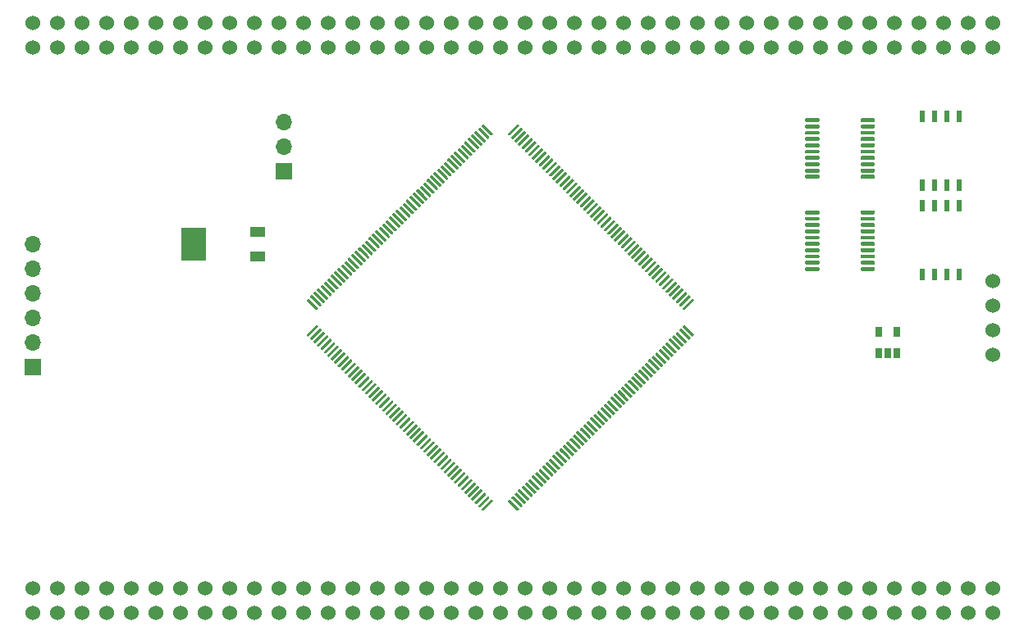
<source format=gbr>
G04 #@! TF.GenerationSoftware,KiCad,Pcbnew,(5.1.9)-1*
G04 #@! TF.CreationDate,2021-06-15T15:58:53-04:00*
G04 #@! TF.ProjectId,SuperVIC-STM32,53757065-7256-4494-932d-53544d33322e,rev?*
G04 #@! TF.SameCoordinates,Original*
G04 #@! TF.FileFunction,Soldermask,Bot*
G04 #@! TF.FilePolarity,Negative*
%FSLAX46Y46*%
G04 Gerber Fmt 4.6, Leading zero omitted, Abs format (unit mm)*
G04 Created by KiCad (PCBNEW (5.1.9)-1) date 2021-06-15 15:58:53*
%MOMM*%
%LPD*%
G01*
G04 APERTURE LIST*
%ADD10R,0.600000X1.200000*%
%ADD11R,1.700000X1.700000*%
%ADD12O,1.700000X1.700000*%
%ADD13R,0.650000X1.060000*%
%ADD14R,1.600000X1.100000*%
%ADD15R,2.600000X3.500000*%
%ADD16C,1.524000*%
G04 APERTURE END LIST*
D10*
X221297500Y-117475000D03*
X222567500Y-117475000D03*
X223837500Y-117475000D03*
X225107500Y-117475000D03*
X225107500Y-110363000D03*
X223837500Y-110363000D03*
X222567500Y-110363000D03*
X221297500Y-110363000D03*
X221297500Y-108204000D03*
X222567500Y-108204000D03*
X223837500Y-108204000D03*
X225107500Y-108204000D03*
X225107500Y-101092000D03*
X223837500Y-101092000D03*
X222567500Y-101092000D03*
X221297500Y-101092000D03*
D11*
X129540000Y-127000000D03*
D12*
X129540000Y-124460000D03*
X129540000Y-121920000D03*
X129540000Y-119380000D03*
X129540000Y-116840000D03*
X129540000Y-114300000D03*
D13*
X218755000Y-125560000D03*
X217805000Y-125560000D03*
X216855000Y-125560000D03*
X216855000Y-123360000D03*
X218755000Y-123360000D03*
G36*
G01*
X157824234Y-120081522D02*
X157930300Y-119975456D01*
G75*
G02*
X158036366Y-119975456I53033J-53033D01*
G01*
X158990960Y-120930050D01*
G75*
G02*
X158990960Y-121036116I-53033J-53033D01*
G01*
X158884894Y-121142182D01*
G75*
G02*
X158778828Y-121142182I-53033J53033D01*
G01*
X157824234Y-120187588D01*
G75*
G02*
X157824234Y-120081522I53033J53033D01*
G01*
G37*
G36*
G01*
X158177787Y-119727969D02*
X158283853Y-119621903D01*
G75*
G02*
X158389919Y-119621903I53033J-53033D01*
G01*
X159344513Y-120576497D01*
G75*
G02*
X159344513Y-120682563I-53033J-53033D01*
G01*
X159238447Y-120788629D01*
G75*
G02*
X159132381Y-120788629I-53033J53033D01*
G01*
X158177787Y-119834035D01*
G75*
G02*
X158177787Y-119727969I53033J53033D01*
G01*
G37*
G36*
G01*
X158531340Y-119374416D02*
X158637406Y-119268350D01*
G75*
G02*
X158743472Y-119268350I53033J-53033D01*
G01*
X159698066Y-120222944D01*
G75*
G02*
X159698066Y-120329010I-53033J-53033D01*
G01*
X159592000Y-120435076D01*
G75*
G02*
X159485934Y-120435076I-53033J53033D01*
G01*
X158531340Y-119480482D01*
G75*
G02*
X158531340Y-119374416I53033J53033D01*
G01*
G37*
G36*
G01*
X158884894Y-119020862D02*
X158990960Y-118914796D01*
G75*
G02*
X159097026Y-118914796I53033J-53033D01*
G01*
X160051620Y-119869390D01*
G75*
G02*
X160051620Y-119975456I-53033J-53033D01*
G01*
X159945554Y-120081522D01*
G75*
G02*
X159839488Y-120081522I-53033J53033D01*
G01*
X158884894Y-119126928D01*
G75*
G02*
X158884894Y-119020862I53033J53033D01*
G01*
G37*
G36*
G01*
X159238447Y-118667309D02*
X159344513Y-118561243D01*
G75*
G02*
X159450579Y-118561243I53033J-53033D01*
G01*
X160405173Y-119515837D01*
G75*
G02*
X160405173Y-119621903I-53033J-53033D01*
G01*
X160299107Y-119727969D01*
G75*
G02*
X160193041Y-119727969I-53033J53033D01*
G01*
X159238447Y-118773375D01*
G75*
G02*
X159238447Y-118667309I53033J53033D01*
G01*
G37*
G36*
G01*
X159592000Y-118313755D02*
X159698066Y-118207689D01*
G75*
G02*
X159804132Y-118207689I53033J-53033D01*
G01*
X160758726Y-119162283D01*
G75*
G02*
X160758726Y-119268349I-53033J-53033D01*
G01*
X160652660Y-119374415D01*
G75*
G02*
X160546594Y-119374415I-53033J53033D01*
G01*
X159592000Y-118419821D01*
G75*
G02*
X159592000Y-118313755I53033J53033D01*
G01*
G37*
G36*
G01*
X159945554Y-117960202D02*
X160051620Y-117854136D01*
G75*
G02*
X160157686Y-117854136I53033J-53033D01*
G01*
X161112280Y-118808730D01*
G75*
G02*
X161112280Y-118914796I-53033J-53033D01*
G01*
X161006214Y-119020862D01*
G75*
G02*
X160900148Y-119020862I-53033J53033D01*
G01*
X159945554Y-118066268D01*
G75*
G02*
X159945554Y-117960202I53033J53033D01*
G01*
G37*
G36*
G01*
X160299107Y-117606649D02*
X160405173Y-117500583D01*
G75*
G02*
X160511239Y-117500583I53033J-53033D01*
G01*
X161465833Y-118455177D01*
G75*
G02*
X161465833Y-118561243I-53033J-53033D01*
G01*
X161359767Y-118667309D01*
G75*
G02*
X161253701Y-118667309I-53033J53033D01*
G01*
X160299107Y-117712715D01*
G75*
G02*
X160299107Y-117606649I53033J53033D01*
G01*
G37*
G36*
G01*
X160652661Y-117253095D02*
X160758727Y-117147029D01*
G75*
G02*
X160864793Y-117147029I53033J-53033D01*
G01*
X161819387Y-118101623D01*
G75*
G02*
X161819387Y-118207689I-53033J-53033D01*
G01*
X161713321Y-118313755D01*
G75*
G02*
X161607255Y-118313755I-53033J53033D01*
G01*
X160652661Y-117359161D01*
G75*
G02*
X160652661Y-117253095I53033J53033D01*
G01*
G37*
G36*
G01*
X161006214Y-116899542D02*
X161112280Y-116793476D01*
G75*
G02*
X161218346Y-116793476I53033J-53033D01*
G01*
X162172940Y-117748070D01*
G75*
G02*
X162172940Y-117854136I-53033J-53033D01*
G01*
X162066874Y-117960202D01*
G75*
G02*
X161960808Y-117960202I-53033J53033D01*
G01*
X161006214Y-117005608D01*
G75*
G02*
X161006214Y-116899542I53033J53033D01*
G01*
G37*
G36*
G01*
X161359767Y-116545989D02*
X161465833Y-116439923D01*
G75*
G02*
X161571899Y-116439923I53033J-53033D01*
G01*
X162526493Y-117394517D01*
G75*
G02*
X162526493Y-117500583I-53033J-53033D01*
G01*
X162420427Y-117606649D01*
G75*
G02*
X162314361Y-117606649I-53033J53033D01*
G01*
X161359767Y-116652055D01*
G75*
G02*
X161359767Y-116545989I53033J53033D01*
G01*
G37*
G36*
G01*
X161713321Y-116192435D02*
X161819387Y-116086369D01*
G75*
G02*
X161925453Y-116086369I53033J-53033D01*
G01*
X162880047Y-117040963D01*
G75*
G02*
X162880047Y-117147029I-53033J-53033D01*
G01*
X162773981Y-117253095D01*
G75*
G02*
X162667915Y-117253095I-53033J53033D01*
G01*
X161713321Y-116298501D01*
G75*
G02*
X161713321Y-116192435I53033J53033D01*
G01*
G37*
G36*
G01*
X162066874Y-115838882D02*
X162172940Y-115732816D01*
G75*
G02*
X162279006Y-115732816I53033J-53033D01*
G01*
X163233600Y-116687410D01*
G75*
G02*
X163233600Y-116793476I-53033J-53033D01*
G01*
X163127534Y-116899542D01*
G75*
G02*
X163021468Y-116899542I-53033J53033D01*
G01*
X162066874Y-115944948D01*
G75*
G02*
X162066874Y-115838882I53033J53033D01*
G01*
G37*
G36*
G01*
X162420428Y-115485328D02*
X162526494Y-115379262D01*
G75*
G02*
X162632560Y-115379262I53033J-53033D01*
G01*
X163587154Y-116333856D01*
G75*
G02*
X163587154Y-116439922I-53033J-53033D01*
G01*
X163481088Y-116545988D01*
G75*
G02*
X163375022Y-116545988I-53033J53033D01*
G01*
X162420428Y-115591394D01*
G75*
G02*
X162420428Y-115485328I53033J53033D01*
G01*
G37*
G36*
G01*
X162773981Y-115131775D02*
X162880047Y-115025709D01*
G75*
G02*
X162986113Y-115025709I53033J-53033D01*
G01*
X163940707Y-115980303D01*
G75*
G02*
X163940707Y-116086369I-53033J-53033D01*
G01*
X163834641Y-116192435D01*
G75*
G02*
X163728575Y-116192435I-53033J53033D01*
G01*
X162773981Y-115237841D01*
G75*
G02*
X162773981Y-115131775I53033J53033D01*
G01*
G37*
G36*
G01*
X163127534Y-114778222D02*
X163233600Y-114672156D01*
G75*
G02*
X163339666Y-114672156I53033J-53033D01*
G01*
X164294260Y-115626750D01*
G75*
G02*
X164294260Y-115732816I-53033J-53033D01*
G01*
X164188194Y-115838882D01*
G75*
G02*
X164082128Y-115838882I-53033J53033D01*
G01*
X163127534Y-114884288D01*
G75*
G02*
X163127534Y-114778222I53033J53033D01*
G01*
G37*
G36*
G01*
X163481088Y-114424668D02*
X163587154Y-114318602D01*
G75*
G02*
X163693220Y-114318602I53033J-53033D01*
G01*
X164647814Y-115273196D01*
G75*
G02*
X164647814Y-115379262I-53033J-53033D01*
G01*
X164541748Y-115485328D01*
G75*
G02*
X164435682Y-115485328I-53033J53033D01*
G01*
X163481088Y-114530734D01*
G75*
G02*
X163481088Y-114424668I53033J53033D01*
G01*
G37*
G36*
G01*
X163834641Y-114071115D02*
X163940707Y-113965049D01*
G75*
G02*
X164046773Y-113965049I53033J-53033D01*
G01*
X165001367Y-114919643D01*
G75*
G02*
X165001367Y-115025709I-53033J-53033D01*
G01*
X164895301Y-115131775D01*
G75*
G02*
X164789235Y-115131775I-53033J53033D01*
G01*
X163834641Y-114177181D01*
G75*
G02*
X163834641Y-114071115I53033J53033D01*
G01*
G37*
G36*
G01*
X164188195Y-113717561D02*
X164294261Y-113611495D01*
G75*
G02*
X164400327Y-113611495I53033J-53033D01*
G01*
X165354921Y-114566089D01*
G75*
G02*
X165354921Y-114672155I-53033J-53033D01*
G01*
X165248855Y-114778221D01*
G75*
G02*
X165142789Y-114778221I-53033J53033D01*
G01*
X164188195Y-113823627D01*
G75*
G02*
X164188195Y-113717561I53033J53033D01*
G01*
G37*
G36*
G01*
X164541748Y-113364008D02*
X164647814Y-113257942D01*
G75*
G02*
X164753880Y-113257942I53033J-53033D01*
G01*
X165708474Y-114212536D01*
G75*
G02*
X165708474Y-114318602I-53033J-53033D01*
G01*
X165602408Y-114424668D01*
G75*
G02*
X165496342Y-114424668I-53033J53033D01*
G01*
X164541748Y-113470074D01*
G75*
G02*
X164541748Y-113364008I53033J53033D01*
G01*
G37*
G36*
G01*
X164895301Y-113010455D02*
X165001367Y-112904389D01*
G75*
G02*
X165107433Y-112904389I53033J-53033D01*
G01*
X166062027Y-113858983D01*
G75*
G02*
X166062027Y-113965049I-53033J-53033D01*
G01*
X165955961Y-114071115D01*
G75*
G02*
X165849895Y-114071115I-53033J53033D01*
G01*
X164895301Y-113116521D01*
G75*
G02*
X164895301Y-113010455I53033J53033D01*
G01*
G37*
G36*
G01*
X165248855Y-112656901D02*
X165354921Y-112550835D01*
G75*
G02*
X165460987Y-112550835I53033J-53033D01*
G01*
X166415581Y-113505429D01*
G75*
G02*
X166415581Y-113611495I-53033J-53033D01*
G01*
X166309515Y-113717561D01*
G75*
G02*
X166203449Y-113717561I-53033J53033D01*
G01*
X165248855Y-112762967D01*
G75*
G02*
X165248855Y-112656901I53033J53033D01*
G01*
G37*
G36*
G01*
X165602408Y-112303348D02*
X165708474Y-112197282D01*
G75*
G02*
X165814540Y-112197282I53033J-53033D01*
G01*
X166769134Y-113151876D01*
G75*
G02*
X166769134Y-113257942I-53033J-53033D01*
G01*
X166663068Y-113364008D01*
G75*
G02*
X166557002Y-113364008I-53033J53033D01*
G01*
X165602408Y-112409414D01*
G75*
G02*
X165602408Y-112303348I53033J53033D01*
G01*
G37*
G36*
G01*
X165955962Y-111949794D02*
X166062028Y-111843728D01*
G75*
G02*
X166168094Y-111843728I53033J-53033D01*
G01*
X167122688Y-112798322D01*
G75*
G02*
X167122688Y-112904388I-53033J-53033D01*
G01*
X167016622Y-113010454D01*
G75*
G02*
X166910556Y-113010454I-53033J53033D01*
G01*
X165955962Y-112055860D01*
G75*
G02*
X165955962Y-111949794I53033J53033D01*
G01*
G37*
G36*
G01*
X166309515Y-111596241D02*
X166415581Y-111490175D01*
G75*
G02*
X166521647Y-111490175I53033J-53033D01*
G01*
X167476241Y-112444769D01*
G75*
G02*
X167476241Y-112550835I-53033J-53033D01*
G01*
X167370175Y-112656901D01*
G75*
G02*
X167264109Y-112656901I-53033J53033D01*
G01*
X166309515Y-111702307D01*
G75*
G02*
X166309515Y-111596241I53033J53033D01*
G01*
G37*
G36*
G01*
X166663068Y-111242688D02*
X166769134Y-111136622D01*
G75*
G02*
X166875200Y-111136622I53033J-53033D01*
G01*
X167829794Y-112091216D01*
G75*
G02*
X167829794Y-112197282I-53033J-53033D01*
G01*
X167723728Y-112303348D01*
G75*
G02*
X167617662Y-112303348I-53033J53033D01*
G01*
X166663068Y-111348754D01*
G75*
G02*
X166663068Y-111242688I53033J53033D01*
G01*
G37*
G36*
G01*
X167016622Y-110889134D02*
X167122688Y-110783068D01*
G75*
G02*
X167228754Y-110783068I53033J-53033D01*
G01*
X168183348Y-111737662D01*
G75*
G02*
X168183348Y-111843728I-53033J-53033D01*
G01*
X168077282Y-111949794D01*
G75*
G02*
X167971216Y-111949794I-53033J53033D01*
G01*
X167016622Y-110995200D01*
G75*
G02*
X167016622Y-110889134I53033J53033D01*
G01*
G37*
G36*
G01*
X167370175Y-110535581D02*
X167476241Y-110429515D01*
G75*
G02*
X167582307Y-110429515I53033J-53033D01*
G01*
X168536901Y-111384109D01*
G75*
G02*
X168536901Y-111490175I-53033J-53033D01*
G01*
X168430835Y-111596241D01*
G75*
G02*
X168324769Y-111596241I-53033J53033D01*
G01*
X167370175Y-110641647D01*
G75*
G02*
X167370175Y-110535581I53033J53033D01*
G01*
G37*
G36*
G01*
X167723728Y-110182028D02*
X167829794Y-110075962D01*
G75*
G02*
X167935860Y-110075962I53033J-53033D01*
G01*
X168890454Y-111030556D01*
G75*
G02*
X168890454Y-111136622I-53033J-53033D01*
G01*
X168784388Y-111242688D01*
G75*
G02*
X168678322Y-111242688I-53033J53033D01*
G01*
X167723728Y-110288094D01*
G75*
G02*
X167723728Y-110182028I53033J53033D01*
G01*
G37*
G36*
G01*
X168077282Y-109828474D02*
X168183348Y-109722408D01*
G75*
G02*
X168289414Y-109722408I53033J-53033D01*
G01*
X169244008Y-110677002D01*
G75*
G02*
X169244008Y-110783068I-53033J-53033D01*
G01*
X169137942Y-110889134D01*
G75*
G02*
X169031876Y-110889134I-53033J53033D01*
G01*
X168077282Y-109934540D01*
G75*
G02*
X168077282Y-109828474I53033J53033D01*
G01*
G37*
G36*
G01*
X168430835Y-109474921D02*
X168536901Y-109368855D01*
G75*
G02*
X168642967Y-109368855I53033J-53033D01*
G01*
X169597561Y-110323449D01*
G75*
G02*
X169597561Y-110429515I-53033J-53033D01*
G01*
X169491495Y-110535581D01*
G75*
G02*
X169385429Y-110535581I-53033J53033D01*
G01*
X168430835Y-109580987D01*
G75*
G02*
X168430835Y-109474921I53033J53033D01*
G01*
G37*
G36*
G01*
X168784389Y-109121367D02*
X168890455Y-109015301D01*
G75*
G02*
X168996521Y-109015301I53033J-53033D01*
G01*
X169951115Y-109969895D01*
G75*
G02*
X169951115Y-110075961I-53033J-53033D01*
G01*
X169845049Y-110182027D01*
G75*
G02*
X169738983Y-110182027I-53033J53033D01*
G01*
X168784389Y-109227433D01*
G75*
G02*
X168784389Y-109121367I53033J53033D01*
G01*
G37*
G36*
G01*
X169137942Y-108767814D02*
X169244008Y-108661748D01*
G75*
G02*
X169350074Y-108661748I53033J-53033D01*
G01*
X170304668Y-109616342D01*
G75*
G02*
X170304668Y-109722408I-53033J-53033D01*
G01*
X170198602Y-109828474D01*
G75*
G02*
X170092536Y-109828474I-53033J53033D01*
G01*
X169137942Y-108873880D01*
G75*
G02*
X169137942Y-108767814I53033J53033D01*
G01*
G37*
G36*
G01*
X169491495Y-108414261D02*
X169597561Y-108308195D01*
G75*
G02*
X169703627Y-108308195I53033J-53033D01*
G01*
X170658221Y-109262789D01*
G75*
G02*
X170658221Y-109368855I-53033J-53033D01*
G01*
X170552155Y-109474921D01*
G75*
G02*
X170446089Y-109474921I-53033J53033D01*
G01*
X169491495Y-108520327D01*
G75*
G02*
X169491495Y-108414261I53033J53033D01*
G01*
G37*
G36*
G01*
X169845049Y-108060707D02*
X169951115Y-107954641D01*
G75*
G02*
X170057181Y-107954641I53033J-53033D01*
G01*
X171011775Y-108909235D01*
G75*
G02*
X171011775Y-109015301I-53033J-53033D01*
G01*
X170905709Y-109121367D01*
G75*
G02*
X170799643Y-109121367I-53033J53033D01*
G01*
X169845049Y-108166773D01*
G75*
G02*
X169845049Y-108060707I53033J53033D01*
G01*
G37*
G36*
G01*
X170198602Y-107707154D02*
X170304668Y-107601088D01*
G75*
G02*
X170410734Y-107601088I53033J-53033D01*
G01*
X171365328Y-108555682D01*
G75*
G02*
X171365328Y-108661748I-53033J-53033D01*
G01*
X171259262Y-108767814D01*
G75*
G02*
X171153196Y-108767814I-53033J53033D01*
G01*
X170198602Y-107813220D01*
G75*
G02*
X170198602Y-107707154I53033J53033D01*
G01*
G37*
G36*
G01*
X170552156Y-107353600D02*
X170658222Y-107247534D01*
G75*
G02*
X170764288Y-107247534I53033J-53033D01*
G01*
X171718882Y-108202128D01*
G75*
G02*
X171718882Y-108308194I-53033J-53033D01*
G01*
X171612816Y-108414260D01*
G75*
G02*
X171506750Y-108414260I-53033J53033D01*
G01*
X170552156Y-107459666D01*
G75*
G02*
X170552156Y-107353600I53033J53033D01*
G01*
G37*
G36*
G01*
X170905709Y-107000047D02*
X171011775Y-106893981D01*
G75*
G02*
X171117841Y-106893981I53033J-53033D01*
G01*
X172072435Y-107848575D01*
G75*
G02*
X172072435Y-107954641I-53033J-53033D01*
G01*
X171966369Y-108060707D01*
G75*
G02*
X171860303Y-108060707I-53033J53033D01*
G01*
X170905709Y-107106113D01*
G75*
G02*
X170905709Y-107000047I53033J53033D01*
G01*
G37*
G36*
G01*
X171259262Y-106646494D02*
X171365328Y-106540428D01*
G75*
G02*
X171471394Y-106540428I53033J-53033D01*
G01*
X172425988Y-107495022D01*
G75*
G02*
X172425988Y-107601088I-53033J-53033D01*
G01*
X172319922Y-107707154D01*
G75*
G02*
X172213856Y-107707154I-53033J53033D01*
G01*
X171259262Y-106752560D01*
G75*
G02*
X171259262Y-106646494I53033J53033D01*
G01*
G37*
G36*
G01*
X171612816Y-106292940D02*
X171718882Y-106186874D01*
G75*
G02*
X171824948Y-106186874I53033J-53033D01*
G01*
X172779542Y-107141468D01*
G75*
G02*
X172779542Y-107247534I-53033J-53033D01*
G01*
X172673476Y-107353600D01*
G75*
G02*
X172567410Y-107353600I-53033J53033D01*
G01*
X171612816Y-106399006D01*
G75*
G02*
X171612816Y-106292940I53033J53033D01*
G01*
G37*
G36*
G01*
X171966369Y-105939387D02*
X172072435Y-105833321D01*
G75*
G02*
X172178501Y-105833321I53033J-53033D01*
G01*
X173133095Y-106787915D01*
G75*
G02*
X173133095Y-106893981I-53033J-53033D01*
G01*
X173027029Y-107000047D01*
G75*
G02*
X172920963Y-107000047I-53033J53033D01*
G01*
X171966369Y-106045453D01*
G75*
G02*
X171966369Y-105939387I53033J53033D01*
G01*
G37*
G36*
G01*
X172319923Y-105585833D02*
X172425989Y-105479767D01*
G75*
G02*
X172532055Y-105479767I53033J-53033D01*
G01*
X173486649Y-106434361D01*
G75*
G02*
X173486649Y-106540427I-53033J-53033D01*
G01*
X173380583Y-106646493D01*
G75*
G02*
X173274517Y-106646493I-53033J53033D01*
G01*
X172319923Y-105691899D01*
G75*
G02*
X172319923Y-105585833I53033J53033D01*
G01*
G37*
G36*
G01*
X172673476Y-105232280D02*
X172779542Y-105126214D01*
G75*
G02*
X172885608Y-105126214I53033J-53033D01*
G01*
X173840202Y-106080808D01*
G75*
G02*
X173840202Y-106186874I-53033J-53033D01*
G01*
X173734136Y-106292940D01*
G75*
G02*
X173628070Y-106292940I-53033J53033D01*
G01*
X172673476Y-105338346D01*
G75*
G02*
X172673476Y-105232280I53033J53033D01*
G01*
G37*
G36*
G01*
X173027029Y-104878727D02*
X173133095Y-104772661D01*
G75*
G02*
X173239161Y-104772661I53033J-53033D01*
G01*
X174193755Y-105727255D01*
G75*
G02*
X174193755Y-105833321I-53033J-53033D01*
G01*
X174087689Y-105939387D01*
G75*
G02*
X173981623Y-105939387I-53033J53033D01*
G01*
X173027029Y-104984793D01*
G75*
G02*
X173027029Y-104878727I53033J53033D01*
G01*
G37*
G36*
G01*
X173380583Y-104525173D02*
X173486649Y-104419107D01*
G75*
G02*
X173592715Y-104419107I53033J-53033D01*
G01*
X174547309Y-105373701D01*
G75*
G02*
X174547309Y-105479767I-53033J-53033D01*
G01*
X174441243Y-105585833D01*
G75*
G02*
X174335177Y-105585833I-53033J53033D01*
G01*
X173380583Y-104631239D01*
G75*
G02*
X173380583Y-104525173I53033J53033D01*
G01*
G37*
G36*
G01*
X173734136Y-104171620D02*
X173840202Y-104065554D01*
G75*
G02*
X173946268Y-104065554I53033J-53033D01*
G01*
X174900862Y-105020148D01*
G75*
G02*
X174900862Y-105126214I-53033J-53033D01*
G01*
X174794796Y-105232280D01*
G75*
G02*
X174688730Y-105232280I-53033J53033D01*
G01*
X173734136Y-104277686D01*
G75*
G02*
X173734136Y-104171620I53033J53033D01*
G01*
G37*
G36*
G01*
X174087689Y-103818066D02*
X174193755Y-103712000D01*
G75*
G02*
X174299821Y-103712000I53033J-53033D01*
G01*
X175254415Y-104666594D01*
G75*
G02*
X175254415Y-104772660I-53033J-53033D01*
G01*
X175148349Y-104878726D01*
G75*
G02*
X175042283Y-104878726I-53033J53033D01*
G01*
X174087689Y-103924132D01*
G75*
G02*
X174087689Y-103818066I53033J53033D01*
G01*
G37*
G36*
G01*
X174441243Y-103464513D02*
X174547309Y-103358447D01*
G75*
G02*
X174653375Y-103358447I53033J-53033D01*
G01*
X175607969Y-104313041D01*
G75*
G02*
X175607969Y-104419107I-53033J-53033D01*
G01*
X175501903Y-104525173D01*
G75*
G02*
X175395837Y-104525173I-53033J53033D01*
G01*
X174441243Y-103570579D01*
G75*
G02*
X174441243Y-103464513I53033J53033D01*
G01*
G37*
G36*
G01*
X174794796Y-103110960D02*
X174900862Y-103004894D01*
G75*
G02*
X175006928Y-103004894I53033J-53033D01*
G01*
X175961522Y-103959488D01*
G75*
G02*
X175961522Y-104065554I-53033J-53033D01*
G01*
X175855456Y-104171620D01*
G75*
G02*
X175749390Y-104171620I-53033J53033D01*
G01*
X174794796Y-103217026D01*
G75*
G02*
X174794796Y-103110960I53033J53033D01*
G01*
G37*
G36*
G01*
X175148350Y-102757406D02*
X175254416Y-102651340D01*
G75*
G02*
X175360482Y-102651340I53033J-53033D01*
G01*
X176315076Y-103605934D01*
G75*
G02*
X176315076Y-103712000I-53033J-53033D01*
G01*
X176209010Y-103818066D01*
G75*
G02*
X176102944Y-103818066I-53033J53033D01*
G01*
X175148350Y-102863472D01*
G75*
G02*
X175148350Y-102757406I53033J53033D01*
G01*
G37*
G36*
G01*
X175501903Y-102403853D02*
X175607969Y-102297787D01*
G75*
G02*
X175714035Y-102297787I53033J-53033D01*
G01*
X176668629Y-103252381D01*
G75*
G02*
X176668629Y-103358447I-53033J-53033D01*
G01*
X176562563Y-103464513D01*
G75*
G02*
X176456497Y-103464513I-53033J53033D01*
G01*
X175501903Y-102509919D01*
G75*
G02*
X175501903Y-102403853I53033J53033D01*
G01*
G37*
G36*
G01*
X175855456Y-102050300D02*
X175961522Y-101944234D01*
G75*
G02*
X176067588Y-101944234I53033J-53033D01*
G01*
X177022182Y-102898828D01*
G75*
G02*
X177022182Y-103004894I-53033J-53033D01*
G01*
X176916116Y-103110960D01*
G75*
G02*
X176810050Y-103110960I-53033J53033D01*
G01*
X175855456Y-102156366D01*
G75*
G02*
X175855456Y-102050300I53033J53033D01*
G01*
G37*
G36*
G01*
X178577818Y-102898828D02*
X179532412Y-101944234D01*
G75*
G02*
X179638478Y-101944234I53033J-53033D01*
G01*
X179744544Y-102050300D01*
G75*
G02*
X179744544Y-102156366I-53033J-53033D01*
G01*
X178789950Y-103110960D01*
G75*
G02*
X178683884Y-103110960I-53033J53033D01*
G01*
X178577818Y-103004894D01*
G75*
G02*
X178577818Y-102898828I53033J53033D01*
G01*
G37*
G36*
G01*
X178931371Y-103252381D02*
X179885965Y-102297787D01*
G75*
G02*
X179992031Y-102297787I53033J-53033D01*
G01*
X180098097Y-102403853D01*
G75*
G02*
X180098097Y-102509919I-53033J-53033D01*
G01*
X179143503Y-103464513D01*
G75*
G02*
X179037437Y-103464513I-53033J53033D01*
G01*
X178931371Y-103358447D01*
G75*
G02*
X178931371Y-103252381I53033J53033D01*
G01*
G37*
G36*
G01*
X179284924Y-103605934D02*
X180239518Y-102651340D01*
G75*
G02*
X180345584Y-102651340I53033J-53033D01*
G01*
X180451650Y-102757406D01*
G75*
G02*
X180451650Y-102863472I-53033J-53033D01*
G01*
X179497056Y-103818066D01*
G75*
G02*
X179390990Y-103818066I-53033J53033D01*
G01*
X179284924Y-103712000D01*
G75*
G02*
X179284924Y-103605934I53033J53033D01*
G01*
G37*
G36*
G01*
X179638478Y-103959488D02*
X180593072Y-103004894D01*
G75*
G02*
X180699138Y-103004894I53033J-53033D01*
G01*
X180805204Y-103110960D01*
G75*
G02*
X180805204Y-103217026I-53033J-53033D01*
G01*
X179850610Y-104171620D01*
G75*
G02*
X179744544Y-104171620I-53033J53033D01*
G01*
X179638478Y-104065554D01*
G75*
G02*
X179638478Y-103959488I53033J53033D01*
G01*
G37*
G36*
G01*
X179992031Y-104313041D02*
X180946625Y-103358447D01*
G75*
G02*
X181052691Y-103358447I53033J-53033D01*
G01*
X181158757Y-103464513D01*
G75*
G02*
X181158757Y-103570579I-53033J-53033D01*
G01*
X180204163Y-104525173D01*
G75*
G02*
X180098097Y-104525173I-53033J53033D01*
G01*
X179992031Y-104419107D01*
G75*
G02*
X179992031Y-104313041I53033J53033D01*
G01*
G37*
G36*
G01*
X180345585Y-104666594D02*
X181300179Y-103712000D01*
G75*
G02*
X181406245Y-103712000I53033J-53033D01*
G01*
X181512311Y-103818066D01*
G75*
G02*
X181512311Y-103924132I-53033J-53033D01*
G01*
X180557717Y-104878726D01*
G75*
G02*
X180451651Y-104878726I-53033J53033D01*
G01*
X180345585Y-104772660D01*
G75*
G02*
X180345585Y-104666594I53033J53033D01*
G01*
G37*
G36*
G01*
X180699138Y-105020148D02*
X181653732Y-104065554D01*
G75*
G02*
X181759798Y-104065554I53033J-53033D01*
G01*
X181865864Y-104171620D01*
G75*
G02*
X181865864Y-104277686I-53033J-53033D01*
G01*
X180911270Y-105232280D01*
G75*
G02*
X180805204Y-105232280I-53033J53033D01*
G01*
X180699138Y-105126214D01*
G75*
G02*
X180699138Y-105020148I53033J53033D01*
G01*
G37*
G36*
G01*
X181052691Y-105373701D02*
X182007285Y-104419107D01*
G75*
G02*
X182113351Y-104419107I53033J-53033D01*
G01*
X182219417Y-104525173D01*
G75*
G02*
X182219417Y-104631239I-53033J-53033D01*
G01*
X181264823Y-105585833D01*
G75*
G02*
X181158757Y-105585833I-53033J53033D01*
G01*
X181052691Y-105479767D01*
G75*
G02*
X181052691Y-105373701I53033J53033D01*
G01*
G37*
G36*
G01*
X181406245Y-105727255D02*
X182360839Y-104772661D01*
G75*
G02*
X182466905Y-104772661I53033J-53033D01*
G01*
X182572971Y-104878727D01*
G75*
G02*
X182572971Y-104984793I-53033J-53033D01*
G01*
X181618377Y-105939387D01*
G75*
G02*
X181512311Y-105939387I-53033J53033D01*
G01*
X181406245Y-105833321D01*
G75*
G02*
X181406245Y-105727255I53033J53033D01*
G01*
G37*
G36*
G01*
X181759798Y-106080808D02*
X182714392Y-105126214D01*
G75*
G02*
X182820458Y-105126214I53033J-53033D01*
G01*
X182926524Y-105232280D01*
G75*
G02*
X182926524Y-105338346I-53033J-53033D01*
G01*
X181971930Y-106292940D01*
G75*
G02*
X181865864Y-106292940I-53033J53033D01*
G01*
X181759798Y-106186874D01*
G75*
G02*
X181759798Y-106080808I53033J53033D01*
G01*
G37*
G36*
G01*
X182113351Y-106434361D02*
X183067945Y-105479767D01*
G75*
G02*
X183174011Y-105479767I53033J-53033D01*
G01*
X183280077Y-105585833D01*
G75*
G02*
X183280077Y-105691899I-53033J-53033D01*
G01*
X182325483Y-106646493D01*
G75*
G02*
X182219417Y-106646493I-53033J53033D01*
G01*
X182113351Y-106540427D01*
G75*
G02*
X182113351Y-106434361I53033J53033D01*
G01*
G37*
G36*
G01*
X182466905Y-106787915D02*
X183421499Y-105833321D01*
G75*
G02*
X183527565Y-105833321I53033J-53033D01*
G01*
X183633631Y-105939387D01*
G75*
G02*
X183633631Y-106045453I-53033J-53033D01*
G01*
X182679037Y-107000047D01*
G75*
G02*
X182572971Y-107000047I-53033J53033D01*
G01*
X182466905Y-106893981D01*
G75*
G02*
X182466905Y-106787915I53033J53033D01*
G01*
G37*
G36*
G01*
X182820458Y-107141468D02*
X183775052Y-106186874D01*
G75*
G02*
X183881118Y-106186874I53033J-53033D01*
G01*
X183987184Y-106292940D01*
G75*
G02*
X183987184Y-106399006I-53033J-53033D01*
G01*
X183032590Y-107353600D01*
G75*
G02*
X182926524Y-107353600I-53033J53033D01*
G01*
X182820458Y-107247534D01*
G75*
G02*
X182820458Y-107141468I53033J53033D01*
G01*
G37*
G36*
G01*
X183174012Y-107495022D02*
X184128606Y-106540428D01*
G75*
G02*
X184234672Y-106540428I53033J-53033D01*
G01*
X184340738Y-106646494D01*
G75*
G02*
X184340738Y-106752560I-53033J-53033D01*
G01*
X183386144Y-107707154D01*
G75*
G02*
X183280078Y-107707154I-53033J53033D01*
G01*
X183174012Y-107601088D01*
G75*
G02*
X183174012Y-107495022I53033J53033D01*
G01*
G37*
G36*
G01*
X183527565Y-107848575D02*
X184482159Y-106893981D01*
G75*
G02*
X184588225Y-106893981I53033J-53033D01*
G01*
X184694291Y-107000047D01*
G75*
G02*
X184694291Y-107106113I-53033J-53033D01*
G01*
X183739697Y-108060707D01*
G75*
G02*
X183633631Y-108060707I-53033J53033D01*
G01*
X183527565Y-107954641D01*
G75*
G02*
X183527565Y-107848575I53033J53033D01*
G01*
G37*
G36*
G01*
X183881118Y-108202128D02*
X184835712Y-107247534D01*
G75*
G02*
X184941778Y-107247534I53033J-53033D01*
G01*
X185047844Y-107353600D01*
G75*
G02*
X185047844Y-107459666I-53033J-53033D01*
G01*
X184093250Y-108414260D01*
G75*
G02*
X183987184Y-108414260I-53033J53033D01*
G01*
X183881118Y-108308194D01*
G75*
G02*
X183881118Y-108202128I53033J53033D01*
G01*
G37*
G36*
G01*
X184234672Y-108555682D02*
X185189266Y-107601088D01*
G75*
G02*
X185295332Y-107601088I53033J-53033D01*
G01*
X185401398Y-107707154D01*
G75*
G02*
X185401398Y-107813220I-53033J-53033D01*
G01*
X184446804Y-108767814D01*
G75*
G02*
X184340738Y-108767814I-53033J53033D01*
G01*
X184234672Y-108661748D01*
G75*
G02*
X184234672Y-108555682I53033J53033D01*
G01*
G37*
G36*
G01*
X184588225Y-108909235D02*
X185542819Y-107954641D01*
G75*
G02*
X185648885Y-107954641I53033J-53033D01*
G01*
X185754951Y-108060707D01*
G75*
G02*
X185754951Y-108166773I-53033J-53033D01*
G01*
X184800357Y-109121367D01*
G75*
G02*
X184694291Y-109121367I-53033J53033D01*
G01*
X184588225Y-109015301D01*
G75*
G02*
X184588225Y-108909235I53033J53033D01*
G01*
G37*
G36*
G01*
X184941779Y-109262789D02*
X185896373Y-108308195D01*
G75*
G02*
X186002439Y-108308195I53033J-53033D01*
G01*
X186108505Y-108414261D01*
G75*
G02*
X186108505Y-108520327I-53033J-53033D01*
G01*
X185153911Y-109474921D01*
G75*
G02*
X185047845Y-109474921I-53033J53033D01*
G01*
X184941779Y-109368855D01*
G75*
G02*
X184941779Y-109262789I53033J53033D01*
G01*
G37*
G36*
G01*
X185295332Y-109616342D02*
X186249926Y-108661748D01*
G75*
G02*
X186355992Y-108661748I53033J-53033D01*
G01*
X186462058Y-108767814D01*
G75*
G02*
X186462058Y-108873880I-53033J-53033D01*
G01*
X185507464Y-109828474D01*
G75*
G02*
X185401398Y-109828474I-53033J53033D01*
G01*
X185295332Y-109722408D01*
G75*
G02*
X185295332Y-109616342I53033J53033D01*
G01*
G37*
G36*
G01*
X185648885Y-109969895D02*
X186603479Y-109015301D01*
G75*
G02*
X186709545Y-109015301I53033J-53033D01*
G01*
X186815611Y-109121367D01*
G75*
G02*
X186815611Y-109227433I-53033J-53033D01*
G01*
X185861017Y-110182027D01*
G75*
G02*
X185754951Y-110182027I-53033J53033D01*
G01*
X185648885Y-110075961D01*
G75*
G02*
X185648885Y-109969895I53033J53033D01*
G01*
G37*
G36*
G01*
X186002439Y-110323449D02*
X186957033Y-109368855D01*
G75*
G02*
X187063099Y-109368855I53033J-53033D01*
G01*
X187169165Y-109474921D01*
G75*
G02*
X187169165Y-109580987I-53033J-53033D01*
G01*
X186214571Y-110535581D01*
G75*
G02*
X186108505Y-110535581I-53033J53033D01*
G01*
X186002439Y-110429515D01*
G75*
G02*
X186002439Y-110323449I53033J53033D01*
G01*
G37*
G36*
G01*
X186355992Y-110677002D02*
X187310586Y-109722408D01*
G75*
G02*
X187416652Y-109722408I53033J-53033D01*
G01*
X187522718Y-109828474D01*
G75*
G02*
X187522718Y-109934540I-53033J-53033D01*
G01*
X186568124Y-110889134D01*
G75*
G02*
X186462058Y-110889134I-53033J53033D01*
G01*
X186355992Y-110783068D01*
G75*
G02*
X186355992Y-110677002I53033J53033D01*
G01*
G37*
G36*
G01*
X186709546Y-111030556D02*
X187664140Y-110075962D01*
G75*
G02*
X187770206Y-110075962I53033J-53033D01*
G01*
X187876272Y-110182028D01*
G75*
G02*
X187876272Y-110288094I-53033J-53033D01*
G01*
X186921678Y-111242688D01*
G75*
G02*
X186815612Y-111242688I-53033J53033D01*
G01*
X186709546Y-111136622D01*
G75*
G02*
X186709546Y-111030556I53033J53033D01*
G01*
G37*
G36*
G01*
X187063099Y-111384109D02*
X188017693Y-110429515D01*
G75*
G02*
X188123759Y-110429515I53033J-53033D01*
G01*
X188229825Y-110535581D01*
G75*
G02*
X188229825Y-110641647I-53033J-53033D01*
G01*
X187275231Y-111596241D01*
G75*
G02*
X187169165Y-111596241I-53033J53033D01*
G01*
X187063099Y-111490175D01*
G75*
G02*
X187063099Y-111384109I53033J53033D01*
G01*
G37*
G36*
G01*
X187416652Y-111737662D02*
X188371246Y-110783068D01*
G75*
G02*
X188477312Y-110783068I53033J-53033D01*
G01*
X188583378Y-110889134D01*
G75*
G02*
X188583378Y-110995200I-53033J-53033D01*
G01*
X187628784Y-111949794D01*
G75*
G02*
X187522718Y-111949794I-53033J53033D01*
G01*
X187416652Y-111843728D01*
G75*
G02*
X187416652Y-111737662I53033J53033D01*
G01*
G37*
G36*
G01*
X187770206Y-112091216D02*
X188724800Y-111136622D01*
G75*
G02*
X188830866Y-111136622I53033J-53033D01*
G01*
X188936932Y-111242688D01*
G75*
G02*
X188936932Y-111348754I-53033J-53033D01*
G01*
X187982338Y-112303348D01*
G75*
G02*
X187876272Y-112303348I-53033J53033D01*
G01*
X187770206Y-112197282D01*
G75*
G02*
X187770206Y-112091216I53033J53033D01*
G01*
G37*
G36*
G01*
X188123759Y-112444769D02*
X189078353Y-111490175D01*
G75*
G02*
X189184419Y-111490175I53033J-53033D01*
G01*
X189290485Y-111596241D01*
G75*
G02*
X189290485Y-111702307I-53033J-53033D01*
G01*
X188335891Y-112656901D01*
G75*
G02*
X188229825Y-112656901I-53033J53033D01*
G01*
X188123759Y-112550835D01*
G75*
G02*
X188123759Y-112444769I53033J53033D01*
G01*
G37*
G36*
G01*
X188477312Y-112798322D02*
X189431906Y-111843728D01*
G75*
G02*
X189537972Y-111843728I53033J-53033D01*
G01*
X189644038Y-111949794D01*
G75*
G02*
X189644038Y-112055860I-53033J-53033D01*
G01*
X188689444Y-113010454D01*
G75*
G02*
X188583378Y-113010454I-53033J53033D01*
G01*
X188477312Y-112904388D01*
G75*
G02*
X188477312Y-112798322I53033J53033D01*
G01*
G37*
G36*
G01*
X188830866Y-113151876D02*
X189785460Y-112197282D01*
G75*
G02*
X189891526Y-112197282I53033J-53033D01*
G01*
X189997592Y-112303348D01*
G75*
G02*
X189997592Y-112409414I-53033J-53033D01*
G01*
X189042998Y-113364008D01*
G75*
G02*
X188936932Y-113364008I-53033J53033D01*
G01*
X188830866Y-113257942D01*
G75*
G02*
X188830866Y-113151876I53033J53033D01*
G01*
G37*
G36*
G01*
X189184419Y-113505429D02*
X190139013Y-112550835D01*
G75*
G02*
X190245079Y-112550835I53033J-53033D01*
G01*
X190351145Y-112656901D01*
G75*
G02*
X190351145Y-112762967I-53033J-53033D01*
G01*
X189396551Y-113717561D01*
G75*
G02*
X189290485Y-113717561I-53033J53033D01*
G01*
X189184419Y-113611495D01*
G75*
G02*
X189184419Y-113505429I53033J53033D01*
G01*
G37*
G36*
G01*
X189537973Y-113858983D02*
X190492567Y-112904389D01*
G75*
G02*
X190598633Y-112904389I53033J-53033D01*
G01*
X190704699Y-113010455D01*
G75*
G02*
X190704699Y-113116521I-53033J-53033D01*
G01*
X189750105Y-114071115D01*
G75*
G02*
X189644039Y-114071115I-53033J53033D01*
G01*
X189537973Y-113965049D01*
G75*
G02*
X189537973Y-113858983I53033J53033D01*
G01*
G37*
G36*
G01*
X189891526Y-114212536D02*
X190846120Y-113257942D01*
G75*
G02*
X190952186Y-113257942I53033J-53033D01*
G01*
X191058252Y-113364008D01*
G75*
G02*
X191058252Y-113470074I-53033J-53033D01*
G01*
X190103658Y-114424668D01*
G75*
G02*
X189997592Y-114424668I-53033J53033D01*
G01*
X189891526Y-114318602D01*
G75*
G02*
X189891526Y-114212536I53033J53033D01*
G01*
G37*
G36*
G01*
X190245079Y-114566089D02*
X191199673Y-113611495D01*
G75*
G02*
X191305739Y-113611495I53033J-53033D01*
G01*
X191411805Y-113717561D01*
G75*
G02*
X191411805Y-113823627I-53033J-53033D01*
G01*
X190457211Y-114778221D01*
G75*
G02*
X190351145Y-114778221I-53033J53033D01*
G01*
X190245079Y-114672155D01*
G75*
G02*
X190245079Y-114566089I53033J53033D01*
G01*
G37*
G36*
G01*
X190598633Y-114919643D02*
X191553227Y-113965049D01*
G75*
G02*
X191659293Y-113965049I53033J-53033D01*
G01*
X191765359Y-114071115D01*
G75*
G02*
X191765359Y-114177181I-53033J-53033D01*
G01*
X190810765Y-115131775D01*
G75*
G02*
X190704699Y-115131775I-53033J53033D01*
G01*
X190598633Y-115025709D01*
G75*
G02*
X190598633Y-114919643I53033J53033D01*
G01*
G37*
G36*
G01*
X190952186Y-115273196D02*
X191906780Y-114318602D01*
G75*
G02*
X192012846Y-114318602I53033J-53033D01*
G01*
X192118912Y-114424668D01*
G75*
G02*
X192118912Y-114530734I-53033J-53033D01*
G01*
X191164318Y-115485328D01*
G75*
G02*
X191058252Y-115485328I-53033J53033D01*
G01*
X190952186Y-115379262D01*
G75*
G02*
X190952186Y-115273196I53033J53033D01*
G01*
G37*
G36*
G01*
X191305740Y-115626750D02*
X192260334Y-114672156D01*
G75*
G02*
X192366400Y-114672156I53033J-53033D01*
G01*
X192472466Y-114778222D01*
G75*
G02*
X192472466Y-114884288I-53033J-53033D01*
G01*
X191517872Y-115838882D01*
G75*
G02*
X191411806Y-115838882I-53033J53033D01*
G01*
X191305740Y-115732816D01*
G75*
G02*
X191305740Y-115626750I53033J53033D01*
G01*
G37*
G36*
G01*
X191659293Y-115980303D02*
X192613887Y-115025709D01*
G75*
G02*
X192719953Y-115025709I53033J-53033D01*
G01*
X192826019Y-115131775D01*
G75*
G02*
X192826019Y-115237841I-53033J-53033D01*
G01*
X191871425Y-116192435D01*
G75*
G02*
X191765359Y-116192435I-53033J53033D01*
G01*
X191659293Y-116086369D01*
G75*
G02*
X191659293Y-115980303I53033J53033D01*
G01*
G37*
G36*
G01*
X192012846Y-116333856D02*
X192967440Y-115379262D01*
G75*
G02*
X193073506Y-115379262I53033J-53033D01*
G01*
X193179572Y-115485328D01*
G75*
G02*
X193179572Y-115591394I-53033J-53033D01*
G01*
X192224978Y-116545988D01*
G75*
G02*
X192118912Y-116545988I-53033J53033D01*
G01*
X192012846Y-116439922D01*
G75*
G02*
X192012846Y-116333856I53033J53033D01*
G01*
G37*
G36*
G01*
X192366400Y-116687410D02*
X193320994Y-115732816D01*
G75*
G02*
X193427060Y-115732816I53033J-53033D01*
G01*
X193533126Y-115838882D01*
G75*
G02*
X193533126Y-115944948I-53033J-53033D01*
G01*
X192578532Y-116899542D01*
G75*
G02*
X192472466Y-116899542I-53033J53033D01*
G01*
X192366400Y-116793476D01*
G75*
G02*
X192366400Y-116687410I53033J53033D01*
G01*
G37*
G36*
G01*
X192719953Y-117040963D02*
X193674547Y-116086369D01*
G75*
G02*
X193780613Y-116086369I53033J-53033D01*
G01*
X193886679Y-116192435D01*
G75*
G02*
X193886679Y-116298501I-53033J-53033D01*
G01*
X192932085Y-117253095D01*
G75*
G02*
X192826019Y-117253095I-53033J53033D01*
G01*
X192719953Y-117147029D01*
G75*
G02*
X192719953Y-117040963I53033J53033D01*
G01*
G37*
G36*
G01*
X193073507Y-117394517D02*
X194028101Y-116439923D01*
G75*
G02*
X194134167Y-116439923I53033J-53033D01*
G01*
X194240233Y-116545989D01*
G75*
G02*
X194240233Y-116652055I-53033J-53033D01*
G01*
X193285639Y-117606649D01*
G75*
G02*
X193179573Y-117606649I-53033J53033D01*
G01*
X193073507Y-117500583D01*
G75*
G02*
X193073507Y-117394517I53033J53033D01*
G01*
G37*
G36*
G01*
X193427060Y-117748070D02*
X194381654Y-116793476D01*
G75*
G02*
X194487720Y-116793476I53033J-53033D01*
G01*
X194593786Y-116899542D01*
G75*
G02*
X194593786Y-117005608I-53033J-53033D01*
G01*
X193639192Y-117960202D01*
G75*
G02*
X193533126Y-117960202I-53033J53033D01*
G01*
X193427060Y-117854136D01*
G75*
G02*
X193427060Y-117748070I53033J53033D01*
G01*
G37*
G36*
G01*
X193780613Y-118101623D02*
X194735207Y-117147029D01*
G75*
G02*
X194841273Y-117147029I53033J-53033D01*
G01*
X194947339Y-117253095D01*
G75*
G02*
X194947339Y-117359161I-53033J-53033D01*
G01*
X193992745Y-118313755D01*
G75*
G02*
X193886679Y-118313755I-53033J53033D01*
G01*
X193780613Y-118207689D01*
G75*
G02*
X193780613Y-118101623I53033J53033D01*
G01*
G37*
G36*
G01*
X194134167Y-118455177D02*
X195088761Y-117500583D01*
G75*
G02*
X195194827Y-117500583I53033J-53033D01*
G01*
X195300893Y-117606649D01*
G75*
G02*
X195300893Y-117712715I-53033J-53033D01*
G01*
X194346299Y-118667309D01*
G75*
G02*
X194240233Y-118667309I-53033J53033D01*
G01*
X194134167Y-118561243D01*
G75*
G02*
X194134167Y-118455177I53033J53033D01*
G01*
G37*
G36*
G01*
X194487720Y-118808730D02*
X195442314Y-117854136D01*
G75*
G02*
X195548380Y-117854136I53033J-53033D01*
G01*
X195654446Y-117960202D01*
G75*
G02*
X195654446Y-118066268I-53033J-53033D01*
G01*
X194699852Y-119020862D01*
G75*
G02*
X194593786Y-119020862I-53033J53033D01*
G01*
X194487720Y-118914796D01*
G75*
G02*
X194487720Y-118808730I53033J53033D01*
G01*
G37*
G36*
G01*
X194841274Y-119162283D02*
X195795868Y-118207689D01*
G75*
G02*
X195901934Y-118207689I53033J-53033D01*
G01*
X196008000Y-118313755D01*
G75*
G02*
X196008000Y-118419821I-53033J-53033D01*
G01*
X195053406Y-119374415D01*
G75*
G02*
X194947340Y-119374415I-53033J53033D01*
G01*
X194841274Y-119268349D01*
G75*
G02*
X194841274Y-119162283I53033J53033D01*
G01*
G37*
G36*
G01*
X195194827Y-119515837D02*
X196149421Y-118561243D01*
G75*
G02*
X196255487Y-118561243I53033J-53033D01*
G01*
X196361553Y-118667309D01*
G75*
G02*
X196361553Y-118773375I-53033J-53033D01*
G01*
X195406959Y-119727969D01*
G75*
G02*
X195300893Y-119727969I-53033J53033D01*
G01*
X195194827Y-119621903D01*
G75*
G02*
X195194827Y-119515837I53033J53033D01*
G01*
G37*
G36*
G01*
X195548380Y-119869390D02*
X196502974Y-118914796D01*
G75*
G02*
X196609040Y-118914796I53033J-53033D01*
G01*
X196715106Y-119020862D01*
G75*
G02*
X196715106Y-119126928I-53033J-53033D01*
G01*
X195760512Y-120081522D01*
G75*
G02*
X195654446Y-120081522I-53033J53033D01*
G01*
X195548380Y-119975456D01*
G75*
G02*
X195548380Y-119869390I53033J53033D01*
G01*
G37*
G36*
G01*
X195901934Y-120222944D02*
X196856528Y-119268350D01*
G75*
G02*
X196962594Y-119268350I53033J-53033D01*
G01*
X197068660Y-119374416D01*
G75*
G02*
X197068660Y-119480482I-53033J-53033D01*
G01*
X196114066Y-120435076D01*
G75*
G02*
X196008000Y-120435076I-53033J53033D01*
G01*
X195901934Y-120329010D01*
G75*
G02*
X195901934Y-120222944I53033J53033D01*
G01*
G37*
G36*
G01*
X196255487Y-120576497D02*
X197210081Y-119621903D01*
G75*
G02*
X197316147Y-119621903I53033J-53033D01*
G01*
X197422213Y-119727969D01*
G75*
G02*
X197422213Y-119834035I-53033J-53033D01*
G01*
X196467619Y-120788629D01*
G75*
G02*
X196361553Y-120788629I-53033J53033D01*
G01*
X196255487Y-120682563D01*
G75*
G02*
X196255487Y-120576497I53033J53033D01*
G01*
G37*
G36*
G01*
X196609040Y-120930050D02*
X197563634Y-119975456D01*
G75*
G02*
X197669700Y-119975456I53033J-53033D01*
G01*
X197775766Y-120081522D01*
G75*
G02*
X197775766Y-120187588I-53033J-53033D01*
G01*
X196821172Y-121142182D01*
G75*
G02*
X196715106Y-121142182I-53033J53033D01*
G01*
X196609040Y-121036116D01*
G75*
G02*
X196609040Y-120930050I53033J53033D01*
G01*
G37*
G36*
G01*
X196609040Y-122803884D02*
X196715106Y-122697818D01*
G75*
G02*
X196821172Y-122697818I53033J-53033D01*
G01*
X197775766Y-123652412D01*
G75*
G02*
X197775766Y-123758478I-53033J-53033D01*
G01*
X197669700Y-123864544D01*
G75*
G02*
X197563634Y-123864544I-53033J53033D01*
G01*
X196609040Y-122909950D01*
G75*
G02*
X196609040Y-122803884I53033J53033D01*
G01*
G37*
G36*
G01*
X196255487Y-123157437D02*
X196361553Y-123051371D01*
G75*
G02*
X196467619Y-123051371I53033J-53033D01*
G01*
X197422213Y-124005965D01*
G75*
G02*
X197422213Y-124112031I-53033J-53033D01*
G01*
X197316147Y-124218097D01*
G75*
G02*
X197210081Y-124218097I-53033J53033D01*
G01*
X196255487Y-123263503D01*
G75*
G02*
X196255487Y-123157437I53033J53033D01*
G01*
G37*
G36*
G01*
X195901934Y-123510990D02*
X196008000Y-123404924D01*
G75*
G02*
X196114066Y-123404924I53033J-53033D01*
G01*
X197068660Y-124359518D01*
G75*
G02*
X197068660Y-124465584I-53033J-53033D01*
G01*
X196962594Y-124571650D01*
G75*
G02*
X196856528Y-124571650I-53033J53033D01*
G01*
X195901934Y-123617056D01*
G75*
G02*
X195901934Y-123510990I53033J53033D01*
G01*
G37*
G36*
G01*
X195548380Y-123864544D02*
X195654446Y-123758478D01*
G75*
G02*
X195760512Y-123758478I53033J-53033D01*
G01*
X196715106Y-124713072D01*
G75*
G02*
X196715106Y-124819138I-53033J-53033D01*
G01*
X196609040Y-124925204D01*
G75*
G02*
X196502974Y-124925204I-53033J53033D01*
G01*
X195548380Y-123970610D01*
G75*
G02*
X195548380Y-123864544I53033J53033D01*
G01*
G37*
G36*
G01*
X195194827Y-124218097D02*
X195300893Y-124112031D01*
G75*
G02*
X195406959Y-124112031I53033J-53033D01*
G01*
X196361553Y-125066625D01*
G75*
G02*
X196361553Y-125172691I-53033J-53033D01*
G01*
X196255487Y-125278757D01*
G75*
G02*
X196149421Y-125278757I-53033J53033D01*
G01*
X195194827Y-124324163D01*
G75*
G02*
X195194827Y-124218097I53033J53033D01*
G01*
G37*
G36*
G01*
X194841274Y-124571651D02*
X194947340Y-124465585D01*
G75*
G02*
X195053406Y-124465585I53033J-53033D01*
G01*
X196008000Y-125420179D01*
G75*
G02*
X196008000Y-125526245I-53033J-53033D01*
G01*
X195901934Y-125632311D01*
G75*
G02*
X195795868Y-125632311I-53033J53033D01*
G01*
X194841274Y-124677717D01*
G75*
G02*
X194841274Y-124571651I53033J53033D01*
G01*
G37*
G36*
G01*
X194487720Y-124925204D02*
X194593786Y-124819138D01*
G75*
G02*
X194699852Y-124819138I53033J-53033D01*
G01*
X195654446Y-125773732D01*
G75*
G02*
X195654446Y-125879798I-53033J-53033D01*
G01*
X195548380Y-125985864D01*
G75*
G02*
X195442314Y-125985864I-53033J53033D01*
G01*
X194487720Y-125031270D01*
G75*
G02*
X194487720Y-124925204I53033J53033D01*
G01*
G37*
G36*
G01*
X194134167Y-125278757D02*
X194240233Y-125172691D01*
G75*
G02*
X194346299Y-125172691I53033J-53033D01*
G01*
X195300893Y-126127285D01*
G75*
G02*
X195300893Y-126233351I-53033J-53033D01*
G01*
X195194827Y-126339417D01*
G75*
G02*
X195088761Y-126339417I-53033J53033D01*
G01*
X194134167Y-125384823D01*
G75*
G02*
X194134167Y-125278757I53033J53033D01*
G01*
G37*
G36*
G01*
X193780613Y-125632311D02*
X193886679Y-125526245D01*
G75*
G02*
X193992745Y-125526245I53033J-53033D01*
G01*
X194947339Y-126480839D01*
G75*
G02*
X194947339Y-126586905I-53033J-53033D01*
G01*
X194841273Y-126692971D01*
G75*
G02*
X194735207Y-126692971I-53033J53033D01*
G01*
X193780613Y-125738377D01*
G75*
G02*
X193780613Y-125632311I53033J53033D01*
G01*
G37*
G36*
G01*
X193427060Y-125985864D02*
X193533126Y-125879798D01*
G75*
G02*
X193639192Y-125879798I53033J-53033D01*
G01*
X194593786Y-126834392D01*
G75*
G02*
X194593786Y-126940458I-53033J-53033D01*
G01*
X194487720Y-127046524D01*
G75*
G02*
X194381654Y-127046524I-53033J53033D01*
G01*
X193427060Y-126091930D01*
G75*
G02*
X193427060Y-125985864I53033J53033D01*
G01*
G37*
G36*
G01*
X193073507Y-126339417D02*
X193179573Y-126233351D01*
G75*
G02*
X193285639Y-126233351I53033J-53033D01*
G01*
X194240233Y-127187945D01*
G75*
G02*
X194240233Y-127294011I-53033J-53033D01*
G01*
X194134167Y-127400077D01*
G75*
G02*
X194028101Y-127400077I-53033J53033D01*
G01*
X193073507Y-126445483D01*
G75*
G02*
X193073507Y-126339417I53033J53033D01*
G01*
G37*
G36*
G01*
X192719953Y-126692971D02*
X192826019Y-126586905D01*
G75*
G02*
X192932085Y-126586905I53033J-53033D01*
G01*
X193886679Y-127541499D01*
G75*
G02*
X193886679Y-127647565I-53033J-53033D01*
G01*
X193780613Y-127753631D01*
G75*
G02*
X193674547Y-127753631I-53033J53033D01*
G01*
X192719953Y-126799037D01*
G75*
G02*
X192719953Y-126692971I53033J53033D01*
G01*
G37*
G36*
G01*
X192366400Y-127046524D02*
X192472466Y-126940458D01*
G75*
G02*
X192578532Y-126940458I53033J-53033D01*
G01*
X193533126Y-127895052D01*
G75*
G02*
X193533126Y-128001118I-53033J-53033D01*
G01*
X193427060Y-128107184D01*
G75*
G02*
X193320994Y-128107184I-53033J53033D01*
G01*
X192366400Y-127152590D01*
G75*
G02*
X192366400Y-127046524I53033J53033D01*
G01*
G37*
G36*
G01*
X192012846Y-127400078D02*
X192118912Y-127294012D01*
G75*
G02*
X192224978Y-127294012I53033J-53033D01*
G01*
X193179572Y-128248606D01*
G75*
G02*
X193179572Y-128354672I-53033J-53033D01*
G01*
X193073506Y-128460738D01*
G75*
G02*
X192967440Y-128460738I-53033J53033D01*
G01*
X192012846Y-127506144D01*
G75*
G02*
X192012846Y-127400078I53033J53033D01*
G01*
G37*
G36*
G01*
X191659293Y-127753631D02*
X191765359Y-127647565D01*
G75*
G02*
X191871425Y-127647565I53033J-53033D01*
G01*
X192826019Y-128602159D01*
G75*
G02*
X192826019Y-128708225I-53033J-53033D01*
G01*
X192719953Y-128814291D01*
G75*
G02*
X192613887Y-128814291I-53033J53033D01*
G01*
X191659293Y-127859697D01*
G75*
G02*
X191659293Y-127753631I53033J53033D01*
G01*
G37*
G36*
G01*
X191305740Y-128107184D02*
X191411806Y-128001118D01*
G75*
G02*
X191517872Y-128001118I53033J-53033D01*
G01*
X192472466Y-128955712D01*
G75*
G02*
X192472466Y-129061778I-53033J-53033D01*
G01*
X192366400Y-129167844D01*
G75*
G02*
X192260334Y-129167844I-53033J53033D01*
G01*
X191305740Y-128213250D01*
G75*
G02*
X191305740Y-128107184I53033J53033D01*
G01*
G37*
G36*
G01*
X190952186Y-128460738D02*
X191058252Y-128354672D01*
G75*
G02*
X191164318Y-128354672I53033J-53033D01*
G01*
X192118912Y-129309266D01*
G75*
G02*
X192118912Y-129415332I-53033J-53033D01*
G01*
X192012846Y-129521398D01*
G75*
G02*
X191906780Y-129521398I-53033J53033D01*
G01*
X190952186Y-128566804D01*
G75*
G02*
X190952186Y-128460738I53033J53033D01*
G01*
G37*
G36*
G01*
X190598633Y-128814291D02*
X190704699Y-128708225D01*
G75*
G02*
X190810765Y-128708225I53033J-53033D01*
G01*
X191765359Y-129662819D01*
G75*
G02*
X191765359Y-129768885I-53033J-53033D01*
G01*
X191659293Y-129874951D01*
G75*
G02*
X191553227Y-129874951I-53033J53033D01*
G01*
X190598633Y-128920357D01*
G75*
G02*
X190598633Y-128814291I53033J53033D01*
G01*
G37*
G36*
G01*
X190245079Y-129167845D02*
X190351145Y-129061779D01*
G75*
G02*
X190457211Y-129061779I53033J-53033D01*
G01*
X191411805Y-130016373D01*
G75*
G02*
X191411805Y-130122439I-53033J-53033D01*
G01*
X191305739Y-130228505D01*
G75*
G02*
X191199673Y-130228505I-53033J53033D01*
G01*
X190245079Y-129273911D01*
G75*
G02*
X190245079Y-129167845I53033J53033D01*
G01*
G37*
G36*
G01*
X189891526Y-129521398D02*
X189997592Y-129415332D01*
G75*
G02*
X190103658Y-129415332I53033J-53033D01*
G01*
X191058252Y-130369926D01*
G75*
G02*
X191058252Y-130475992I-53033J-53033D01*
G01*
X190952186Y-130582058D01*
G75*
G02*
X190846120Y-130582058I-53033J53033D01*
G01*
X189891526Y-129627464D01*
G75*
G02*
X189891526Y-129521398I53033J53033D01*
G01*
G37*
G36*
G01*
X189537973Y-129874951D02*
X189644039Y-129768885D01*
G75*
G02*
X189750105Y-129768885I53033J-53033D01*
G01*
X190704699Y-130723479D01*
G75*
G02*
X190704699Y-130829545I-53033J-53033D01*
G01*
X190598633Y-130935611D01*
G75*
G02*
X190492567Y-130935611I-53033J53033D01*
G01*
X189537973Y-129981017D01*
G75*
G02*
X189537973Y-129874951I53033J53033D01*
G01*
G37*
G36*
G01*
X189184419Y-130228505D02*
X189290485Y-130122439D01*
G75*
G02*
X189396551Y-130122439I53033J-53033D01*
G01*
X190351145Y-131077033D01*
G75*
G02*
X190351145Y-131183099I-53033J-53033D01*
G01*
X190245079Y-131289165D01*
G75*
G02*
X190139013Y-131289165I-53033J53033D01*
G01*
X189184419Y-130334571D01*
G75*
G02*
X189184419Y-130228505I53033J53033D01*
G01*
G37*
G36*
G01*
X188830866Y-130582058D02*
X188936932Y-130475992D01*
G75*
G02*
X189042998Y-130475992I53033J-53033D01*
G01*
X189997592Y-131430586D01*
G75*
G02*
X189997592Y-131536652I-53033J-53033D01*
G01*
X189891526Y-131642718D01*
G75*
G02*
X189785460Y-131642718I-53033J53033D01*
G01*
X188830866Y-130688124D01*
G75*
G02*
X188830866Y-130582058I53033J53033D01*
G01*
G37*
G36*
G01*
X188477312Y-130935612D02*
X188583378Y-130829546D01*
G75*
G02*
X188689444Y-130829546I53033J-53033D01*
G01*
X189644038Y-131784140D01*
G75*
G02*
X189644038Y-131890206I-53033J-53033D01*
G01*
X189537972Y-131996272D01*
G75*
G02*
X189431906Y-131996272I-53033J53033D01*
G01*
X188477312Y-131041678D01*
G75*
G02*
X188477312Y-130935612I53033J53033D01*
G01*
G37*
G36*
G01*
X188123759Y-131289165D02*
X188229825Y-131183099D01*
G75*
G02*
X188335891Y-131183099I53033J-53033D01*
G01*
X189290485Y-132137693D01*
G75*
G02*
X189290485Y-132243759I-53033J-53033D01*
G01*
X189184419Y-132349825D01*
G75*
G02*
X189078353Y-132349825I-53033J53033D01*
G01*
X188123759Y-131395231D01*
G75*
G02*
X188123759Y-131289165I53033J53033D01*
G01*
G37*
G36*
G01*
X187770206Y-131642718D02*
X187876272Y-131536652D01*
G75*
G02*
X187982338Y-131536652I53033J-53033D01*
G01*
X188936932Y-132491246D01*
G75*
G02*
X188936932Y-132597312I-53033J-53033D01*
G01*
X188830866Y-132703378D01*
G75*
G02*
X188724800Y-132703378I-53033J53033D01*
G01*
X187770206Y-131748784D01*
G75*
G02*
X187770206Y-131642718I53033J53033D01*
G01*
G37*
G36*
G01*
X187416652Y-131996272D02*
X187522718Y-131890206D01*
G75*
G02*
X187628784Y-131890206I53033J-53033D01*
G01*
X188583378Y-132844800D01*
G75*
G02*
X188583378Y-132950866I-53033J-53033D01*
G01*
X188477312Y-133056932D01*
G75*
G02*
X188371246Y-133056932I-53033J53033D01*
G01*
X187416652Y-132102338D01*
G75*
G02*
X187416652Y-131996272I53033J53033D01*
G01*
G37*
G36*
G01*
X187063099Y-132349825D02*
X187169165Y-132243759D01*
G75*
G02*
X187275231Y-132243759I53033J-53033D01*
G01*
X188229825Y-133198353D01*
G75*
G02*
X188229825Y-133304419I-53033J-53033D01*
G01*
X188123759Y-133410485D01*
G75*
G02*
X188017693Y-133410485I-53033J53033D01*
G01*
X187063099Y-132455891D01*
G75*
G02*
X187063099Y-132349825I53033J53033D01*
G01*
G37*
G36*
G01*
X186709546Y-132703378D02*
X186815612Y-132597312D01*
G75*
G02*
X186921678Y-132597312I53033J-53033D01*
G01*
X187876272Y-133551906D01*
G75*
G02*
X187876272Y-133657972I-53033J-53033D01*
G01*
X187770206Y-133764038D01*
G75*
G02*
X187664140Y-133764038I-53033J53033D01*
G01*
X186709546Y-132809444D01*
G75*
G02*
X186709546Y-132703378I53033J53033D01*
G01*
G37*
G36*
G01*
X186355992Y-133056932D02*
X186462058Y-132950866D01*
G75*
G02*
X186568124Y-132950866I53033J-53033D01*
G01*
X187522718Y-133905460D01*
G75*
G02*
X187522718Y-134011526I-53033J-53033D01*
G01*
X187416652Y-134117592D01*
G75*
G02*
X187310586Y-134117592I-53033J53033D01*
G01*
X186355992Y-133162998D01*
G75*
G02*
X186355992Y-133056932I53033J53033D01*
G01*
G37*
G36*
G01*
X186002439Y-133410485D02*
X186108505Y-133304419D01*
G75*
G02*
X186214571Y-133304419I53033J-53033D01*
G01*
X187169165Y-134259013D01*
G75*
G02*
X187169165Y-134365079I-53033J-53033D01*
G01*
X187063099Y-134471145D01*
G75*
G02*
X186957033Y-134471145I-53033J53033D01*
G01*
X186002439Y-133516551D01*
G75*
G02*
X186002439Y-133410485I53033J53033D01*
G01*
G37*
G36*
G01*
X185648885Y-133764039D02*
X185754951Y-133657973D01*
G75*
G02*
X185861017Y-133657973I53033J-53033D01*
G01*
X186815611Y-134612567D01*
G75*
G02*
X186815611Y-134718633I-53033J-53033D01*
G01*
X186709545Y-134824699D01*
G75*
G02*
X186603479Y-134824699I-53033J53033D01*
G01*
X185648885Y-133870105D01*
G75*
G02*
X185648885Y-133764039I53033J53033D01*
G01*
G37*
G36*
G01*
X185295332Y-134117592D02*
X185401398Y-134011526D01*
G75*
G02*
X185507464Y-134011526I53033J-53033D01*
G01*
X186462058Y-134966120D01*
G75*
G02*
X186462058Y-135072186I-53033J-53033D01*
G01*
X186355992Y-135178252D01*
G75*
G02*
X186249926Y-135178252I-53033J53033D01*
G01*
X185295332Y-134223658D01*
G75*
G02*
X185295332Y-134117592I53033J53033D01*
G01*
G37*
G36*
G01*
X184941779Y-134471145D02*
X185047845Y-134365079D01*
G75*
G02*
X185153911Y-134365079I53033J-53033D01*
G01*
X186108505Y-135319673D01*
G75*
G02*
X186108505Y-135425739I-53033J-53033D01*
G01*
X186002439Y-135531805D01*
G75*
G02*
X185896373Y-135531805I-53033J53033D01*
G01*
X184941779Y-134577211D01*
G75*
G02*
X184941779Y-134471145I53033J53033D01*
G01*
G37*
G36*
G01*
X184588225Y-134824699D02*
X184694291Y-134718633D01*
G75*
G02*
X184800357Y-134718633I53033J-53033D01*
G01*
X185754951Y-135673227D01*
G75*
G02*
X185754951Y-135779293I-53033J-53033D01*
G01*
X185648885Y-135885359D01*
G75*
G02*
X185542819Y-135885359I-53033J53033D01*
G01*
X184588225Y-134930765D01*
G75*
G02*
X184588225Y-134824699I53033J53033D01*
G01*
G37*
G36*
G01*
X184234672Y-135178252D02*
X184340738Y-135072186D01*
G75*
G02*
X184446804Y-135072186I53033J-53033D01*
G01*
X185401398Y-136026780D01*
G75*
G02*
X185401398Y-136132846I-53033J-53033D01*
G01*
X185295332Y-136238912D01*
G75*
G02*
X185189266Y-136238912I-53033J53033D01*
G01*
X184234672Y-135284318D01*
G75*
G02*
X184234672Y-135178252I53033J53033D01*
G01*
G37*
G36*
G01*
X183881118Y-135531806D02*
X183987184Y-135425740D01*
G75*
G02*
X184093250Y-135425740I53033J-53033D01*
G01*
X185047844Y-136380334D01*
G75*
G02*
X185047844Y-136486400I-53033J-53033D01*
G01*
X184941778Y-136592466D01*
G75*
G02*
X184835712Y-136592466I-53033J53033D01*
G01*
X183881118Y-135637872D01*
G75*
G02*
X183881118Y-135531806I53033J53033D01*
G01*
G37*
G36*
G01*
X183527565Y-135885359D02*
X183633631Y-135779293D01*
G75*
G02*
X183739697Y-135779293I53033J-53033D01*
G01*
X184694291Y-136733887D01*
G75*
G02*
X184694291Y-136839953I-53033J-53033D01*
G01*
X184588225Y-136946019D01*
G75*
G02*
X184482159Y-136946019I-53033J53033D01*
G01*
X183527565Y-135991425D01*
G75*
G02*
X183527565Y-135885359I53033J53033D01*
G01*
G37*
G36*
G01*
X183174012Y-136238912D02*
X183280078Y-136132846D01*
G75*
G02*
X183386144Y-136132846I53033J-53033D01*
G01*
X184340738Y-137087440D01*
G75*
G02*
X184340738Y-137193506I-53033J-53033D01*
G01*
X184234672Y-137299572D01*
G75*
G02*
X184128606Y-137299572I-53033J53033D01*
G01*
X183174012Y-136344978D01*
G75*
G02*
X183174012Y-136238912I53033J53033D01*
G01*
G37*
G36*
G01*
X182820458Y-136592466D02*
X182926524Y-136486400D01*
G75*
G02*
X183032590Y-136486400I53033J-53033D01*
G01*
X183987184Y-137440994D01*
G75*
G02*
X183987184Y-137547060I-53033J-53033D01*
G01*
X183881118Y-137653126D01*
G75*
G02*
X183775052Y-137653126I-53033J53033D01*
G01*
X182820458Y-136698532D01*
G75*
G02*
X182820458Y-136592466I53033J53033D01*
G01*
G37*
G36*
G01*
X182466905Y-136946019D02*
X182572971Y-136839953D01*
G75*
G02*
X182679037Y-136839953I53033J-53033D01*
G01*
X183633631Y-137794547D01*
G75*
G02*
X183633631Y-137900613I-53033J-53033D01*
G01*
X183527565Y-138006679D01*
G75*
G02*
X183421499Y-138006679I-53033J53033D01*
G01*
X182466905Y-137052085D01*
G75*
G02*
X182466905Y-136946019I53033J53033D01*
G01*
G37*
G36*
G01*
X182113351Y-137299573D02*
X182219417Y-137193507D01*
G75*
G02*
X182325483Y-137193507I53033J-53033D01*
G01*
X183280077Y-138148101D01*
G75*
G02*
X183280077Y-138254167I-53033J-53033D01*
G01*
X183174011Y-138360233D01*
G75*
G02*
X183067945Y-138360233I-53033J53033D01*
G01*
X182113351Y-137405639D01*
G75*
G02*
X182113351Y-137299573I53033J53033D01*
G01*
G37*
G36*
G01*
X181759798Y-137653126D02*
X181865864Y-137547060D01*
G75*
G02*
X181971930Y-137547060I53033J-53033D01*
G01*
X182926524Y-138501654D01*
G75*
G02*
X182926524Y-138607720I-53033J-53033D01*
G01*
X182820458Y-138713786D01*
G75*
G02*
X182714392Y-138713786I-53033J53033D01*
G01*
X181759798Y-137759192D01*
G75*
G02*
X181759798Y-137653126I53033J53033D01*
G01*
G37*
G36*
G01*
X181406245Y-138006679D02*
X181512311Y-137900613D01*
G75*
G02*
X181618377Y-137900613I53033J-53033D01*
G01*
X182572971Y-138855207D01*
G75*
G02*
X182572971Y-138961273I-53033J-53033D01*
G01*
X182466905Y-139067339D01*
G75*
G02*
X182360839Y-139067339I-53033J53033D01*
G01*
X181406245Y-138112745D01*
G75*
G02*
X181406245Y-138006679I53033J53033D01*
G01*
G37*
G36*
G01*
X181052691Y-138360233D02*
X181158757Y-138254167D01*
G75*
G02*
X181264823Y-138254167I53033J-53033D01*
G01*
X182219417Y-139208761D01*
G75*
G02*
X182219417Y-139314827I-53033J-53033D01*
G01*
X182113351Y-139420893D01*
G75*
G02*
X182007285Y-139420893I-53033J53033D01*
G01*
X181052691Y-138466299D01*
G75*
G02*
X181052691Y-138360233I53033J53033D01*
G01*
G37*
G36*
G01*
X180699138Y-138713786D02*
X180805204Y-138607720D01*
G75*
G02*
X180911270Y-138607720I53033J-53033D01*
G01*
X181865864Y-139562314D01*
G75*
G02*
X181865864Y-139668380I-53033J-53033D01*
G01*
X181759798Y-139774446D01*
G75*
G02*
X181653732Y-139774446I-53033J53033D01*
G01*
X180699138Y-138819852D01*
G75*
G02*
X180699138Y-138713786I53033J53033D01*
G01*
G37*
G36*
G01*
X180345585Y-139067340D02*
X180451651Y-138961274D01*
G75*
G02*
X180557717Y-138961274I53033J-53033D01*
G01*
X181512311Y-139915868D01*
G75*
G02*
X181512311Y-140021934I-53033J-53033D01*
G01*
X181406245Y-140128000D01*
G75*
G02*
X181300179Y-140128000I-53033J53033D01*
G01*
X180345585Y-139173406D01*
G75*
G02*
X180345585Y-139067340I53033J53033D01*
G01*
G37*
G36*
G01*
X179992031Y-139420893D02*
X180098097Y-139314827D01*
G75*
G02*
X180204163Y-139314827I53033J-53033D01*
G01*
X181158757Y-140269421D01*
G75*
G02*
X181158757Y-140375487I-53033J-53033D01*
G01*
X181052691Y-140481553D01*
G75*
G02*
X180946625Y-140481553I-53033J53033D01*
G01*
X179992031Y-139526959D01*
G75*
G02*
X179992031Y-139420893I53033J53033D01*
G01*
G37*
G36*
G01*
X179638478Y-139774446D02*
X179744544Y-139668380D01*
G75*
G02*
X179850610Y-139668380I53033J-53033D01*
G01*
X180805204Y-140622974D01*
G75*
G02*
X180805204Y-140729040I-53033J-53033D01*
G01*
X180699138Y-140835106D01*
G75*
G02*
X180593072Y-140835106I-53033J53033D01*
G01*
X179638478Y-139880512D01*
G75*
G02*
X179638478Y-139774446I53033J53033D01*
G01*
G37*
G36*
G01*
X179284924Y-140128000D02*
X179390990Y-140021934D01*
G75*
G02*
X179497056Y-140021934I53033J-53033D01*
G01*
X180451650Y-140976528D01*
G75*
G02*
X180451650Y-141082594I-53033J-53033D01*
G01*
X180345584Y-141188660D01*
G75*
G02*
X180239518Y-141188660I-53033J53033D01*
G01*
X179284924Y-140234066D01*
G75*
G02*
X179284924Y-140128000I53033J53033D01*
G01*
G37*
G36*
G01*
X178931371Y-140481553D02*
X179037437Y-140375487D01*
G75*
G02*
X179143503Y-140375487I53033J-53033D01*
G01*
X180098097Y-141330081D01*
G75*
G02*
X180098097Y-141436147I-53033J-53033D01*
G01*
X179992031Y-141542213D01*
G75*
G02*
X179885965Y-141542213I-53033J53033D01*
G01*
X178931371Y-140587619D01*
G75*
G02*
X178931371Y-140481553I53033J53033D01*
G01*
G37*
G36*
G01*
X178577818Y-140835106D02*
X178683884Y-140729040D01*
G75*
G02*
X178789950Y-140729040I53033J-53033D01*
G01*
X179744544Y-141683634D01*
G75*
G02*
X179744544Y-141789700I-53033J-53033D01*
G01*
X179638478Y-141895766D01*
G75*
G02*
X179532412Y-141895766I-53033J53033D01*
G01*
X178577818Y-140941172D01*
G75*
G02*
X178577818Y-140835106I53033J53033D01*
G01*
G37*
G36*
G01*
X175855456Y-141683634D02*
X176810050Y-140729040D01*
G75*
G02*
X176916116Y-140729040I53033J-53033D01*
G01*
X177022182Y-140835106D01*
G75*
G02*
X177022182Y-140941172I-53033J-53033D01*
G01*
X176067588Y-141895766D01*
G75*
G02*
X175961522Y-141895766I-53033J53033D01*
G01*
X175855456Y-141789700D01*
G75*
G02*
X175855456Y-141683634I53033J53033D01*
G01*
G37*
G36*
G01*
X175501903Y-141330081D02*
X176456497Y-140375487D01*
G75*
G02*
X176562563Y-140375487I53033J-53033D01*
G01*
X176668629Y-140481553D01*
G75*
G02*
X176668629Y-140587619I-53033J-53033D01*
G01*
X175714035Y-141542213D01*
G75*
G02*
X175607969Y-141542213I-53033J53033D01*
G01*
X175501903Y-141436147D01*
G75*
G02*
X175501903Y-141330081I53033J53033D01*
G01*
G37*
G36*
G01*
X175148350Y-140976528D02*
X176102944Y-140021934D01*
G75*
G02*
X176209010Y-140021934I53033J-53033D01*
G01*
X176315076Y-140128000D01*
G75*
G02*
X176315076Y-140234066I-53033J-53033D01*
G01*
X175360482Y-141188660D01*
G75*
G02*
X175254416Y-141188660I-53033J53033D01*
G01*
X175148350Y-141082594D01*
G75*
G02*
X175148350Y-140976528I53033J53033D01*
G01*
G37*
G36*
G01*
X174794796Y-140622974D02*
X175749390Y-139668380D01*
G75*
G02*
X175855456Y-139668380I53033J-53033D01*
G01*
X175961522Y-139774446D01*
G75*
G02*
X175961522Y-139880512I-53033J-53033D01*
G01*
X175006928Y-140835106D01*
G75*
G02*
X174900862Y-140835106I-53033J53033D01*
G01*
X174794796Y-140729040D01*
G75*
G02*
X174794796Y-140622974I53033J53033D01*
G01*
G37*
G36*
G01*
X174441243Y-140269421D02*
X175395837Y-139314827D01*
G75*
G02*
X175501903Y-139314827I53033J-53033D01*
G01*
X175607969Y-139420893D01*
G75*
G02*
X175607969Y-139526959I-53033J-53033D01*
G01*
X174653375Y-140481553D01*
G75*
G02*
X174547309Y-140481553I-53033J53033D01*
G01*
X174441243Y-140375487D01*
G75*
G02*
X174441243Y-140269421I53033J53033D01*
G01*
G37*
G36*
G01*
X174087689Y-139915868D02*
X175042283Y-138961274D01*
G75*
G02*
X175148349Y-138961274I53033J-53033D01*
G01*
X175254415Y-139067340D01*
G75*
G02*
X175254415Y-139173406I-53033J-53033D01*
G01*
X174299821Y-140128000D01*
G75*
G02*
X174193755Y-140128000I-53033J53033D01*
G01*
X174087689Y-140021934D01*
G75*
G02*
X174087689Y-139915868I53033J53033D01*
G01*
G37*
G36*
G01*
X173734136Y-139562314D02*
X174688730Y-138607720D01*
G75*
G02*
X174794796Y-138607720I53033J-53033D01*
G01*
X174900862Y-138713786D01*
G75*
G02*
X174900862Y-138819852I-53033J-53033D01*
G01*
X173946268Y-139774446D01*
G75*
G02*
X173840202Y-139774446I-53033J53033D01*
G01*
X173734136Y-139668380D01*
G75*
G02*
X173734136Y-139562314I53033J53033D01*
G01*
G37*
G36*
G01*
X173380583Y-139208761D02*
X174335177Y-138254167D01*
G75*
G02*
X174441243Y-138254167I53033J-53033D01*
G01*
X174547309Y-138360233D01*
G75*
G02*
X174547309Y-138466299I-53033J-53033D01*
G01*
X173592715Y-139420893D01*
G75*
G02*
X173486649Y-139420893I-53033J53033D01*
G01*
X173380583Y-139314827D01*
G75*
G02*
X173380583Y-139208761I53033J53033D01*
G01*
G37*
G36*
G01*
X173027029Y-138855207D02*
X173981623Y-137900613D01*
G75*
G02*
X174087689Y-137900613I53033J-53033D01*
G01*
X174193755Y-138006679D01*
G75*
G02*
X174193755Y-138112745I-53033J-53033D01*
G01*
X173239161Y-139067339D01*
G75*
G02*
X173133095Y-139067339I-53033J53033D01*
G01*
X173027029Y-138961273D01*
G75*
G02*
X173027029Y-138855207I53033J53033D01*
G01*
G37*
G36*
G01*
X172673476Y-138501654D02*
X173628070Y-137547060D01*
G75*
G02*
X173734136Y-137547060I53033J-53033D01*
G01*
X173840202Y-137653126D01*
G75*
G02*
X173840202Y-137759192I-53033J-53033D01*
G01*
X172885608Y-138713786D01*
G75*
G02*
X172779542Y-138713786I-53033J53033D01*
G01*
X172673476Y-138607720D01*
G75*
G02*
X172673476Y-138501654I53033J53033D01*
G01*
G37*
G36*
G01*
X172319923Y-138148101D02*
X173274517Y-137193507D01*
G75*
G02*
X173380583Y-137193507I53033J-53033D01*
G01*
X173486649Y-137299573D01*
G75*
G02*
X173486649Y-137405639I-53033J-53033D01*
G01*
X172532055Y-138360233D01*
G75*
G02*
X172425989Y-138360233I-53033J53033D01*
G01*
X172319923Y-138254167D01*
G75*
G02*
X172319923Y-138148101I53033J53033D01*
G01*
G37*
G36*
G01*
X171966369Y-137794547D02*
X172920963Y-136839953D01*
G75*
G02*
X173027029Y-136839953I53033J-53033D01*
G01*
X173133095Y-136946019D01*
G75*
G02*
X173133095Y-137052085I-53033J-53033D01*
G01*
X172178501Y-138006679D01*
G75*
G02*
X172072435Y-138006679I-53033J53033D01*
G01*
X171966369Y-137900613D01*
G75*
G02*
X171966369Y-137794547I53033J53033D01*
G01*
G37*
G36*
G01*
X171612816Y-137440994D02*
X172567410Y-136486400D01*
G75*
G02*
X172673476Y-136486400I53033J-53033D01*
G01*
X172779542Y-136592466D01*
G75*
G02*
X172779542Y-136698532I-53033J-53033D01*
G01*
X171824948Y-137653126D01*
G75*
G02*
X171718882Y-137653126I-53033J53033D01*
G01*
X171612816Y-137547060D01*
G75*
G02*
X171612816Y-137440994I53033J53033D01*
G01*
G37*
G36*
G01*
X171259262Y-137087440D02*
X172213856Y-136132846D01*
G75*
G02*
X172319922Y-136132846I53033J-53033D01*
G01*
X172425988Y-136238912D01*
G75*
G02*
X172425988Y-136344978I-53033J-53033D01*
G01*
X171471394Y-137299572D01*
G75*
G02*
X171365328Y-137299572I-53033J53033D01*
G01*
X171259262Y-137193506D01*
G75*
G02*
X171259262Y-137087440I53033J53033D01*
G01*
G37*
G36*
G01*
X170905709Y-136733887D02*
X171860303Y-135779293D01*
G75*
G02*
X171966369Y-135779293I53033J-53033D01*
G01*
X172072435Y-135885359D01*
G75*
G02*
X172072435Y-135991425I-53033J-53033D01*
G01*
X171117841Y-136946019D01*
G75*
G02*
X171011775Y-136946019I-53033J53033D01*
G01*
X170905709Y-136839953D01*
G75*
G02*
X170905709Y-136733887I53033J53033D01*
G01*
G37*
G36*
G01*
X170552156Y-136380334D02*
X171506750Y-135425740D01*
G75*
G02*
X171612816Y-135425740I53033J-53033D01*
G01*
X171718882Y-135531806D01*
G75*
G02*
X171718882Y-135637872I-53033J-53033D01*
G01*
X170764288Y-136592466D01*
G75*
G02*
X170658222Y-136592466I-53033J53033D01*
G01*
X170552156Y-136486400D01*
G75*
G02*
X170552156Y-136380334I53033J53033D01*
G01*
G37*
G36*
G01*
X170198602Y-136026780D02*
X171153196Y-135072186D01*
G75*
G02*
X171259262Y-135072186I53033J-53033D01*
G01*
X171365328Y-135178252D01*
G75*
G02*
X171365328Y-135284318I-53033J-53033D01*
G01*
X170410734Y-136238912D01*
G75*
G02*
X170304668Y-136238912I-53033J53033D01*
G01*
X170198602Y-136132846D01*
G75*
G02*
X170198602Y-136026780I53033J53033D01*
G01*
G37*
G36*
G01*
X169845049Y-135673227D02*
X170799643Y-134718633D01*
G75*
G02*
X170905709Y-134718633I53033J-53033D01*
G01*
X171011775Y-134824699D01*
G75*
G02*
X171011775Y-134930765I-53033J-53033D01*
G01*
X170057181Y-135885359D01*
G75*
G02*
X169951115Y-135885359I-53033J53033D01*
G01*
X169845049Y-135779293D01*
G75*
G02*
X169845049Y-135673227I53033J53033D01*
G01*
G37*
G36*
G01*
X169491495Y-135319673D02*
X170446089Y-134365079D01*
G75*
G02*
X170552155Y-134365079I53033J-53033D01*
G01*
X170658221Y-134471145D01*
G75*
G02*
X170658221Y-134577211I-53033J-53033D01*
G01*
X169703627Y-135531805D01*
G75*
G02*
X169597561Y-135531805I-53033J53033D01*
G01*
X169491495Y-135425739D01*
G75*
G02*
X169491495Y-135319673I53033J53033D01*
G01*
G37*
G36*
G01*
X169137942Y-134966120D02*
X170092536Y-134011526D01*
G75*
G02*
X170198602Y-134011526I53033J-53033D01*
G01*
X170304668Y-134117592D01*
G75*
G02*
X170304668Y-134223658I-53033J-53033D01*
G01*
X169350074Y-135178252D01*
G75*
G02*
X169244008Y-135178252I-53033J53033D01*
G01*
X169137942Y-135072186D01*
G75*
G02*
X169137942Y-134966120I53033J53033D01*
G01*
G37*
G36*
G01*
X168784389Y-134612567D02*
X169738983Y-133657973D01*
G75*
G02*
X169845049Y-133657973I53033J-53033D01*
G01*
X169951115Y-133764039D01*
G75*
G02*
X169951115Y-133870105I-53033J-53033D01*
G01*
X168996521Y-134824699D01*
G75*
G02*
X168890455Y-134824699I-53033J53033D01*
G01*
X168784389Y-134718633D01*
G75*
G02*
X168784389Y-134612567I53033J53033D01*
G01*
G37*
G36*
G01*
X168430835Y-134259013D02*
X169385429Y-133304419D01*
G75*
G02*
X169491495Y-133304419I53033J-53033D01*
G01*
X169597561Y-133410485D01*
G75*
G02*
X169597561Y-133516551I-53033J-53033D01*
G01*
X168642967Y-134471145D01*
G75*
G02*
X168536901Y-134471145I-53033J53033D01*
G01*
X168430835Y-134365079D01*
G75*
G02*
X168430835Y-134259013I53033J53033D01*
G01*
G37*
G36*
G01*
X168077282Y-133905460D02*
X169031876Y-132950866D01*
G75*
G02*
X169137942Y-132950866I53033J-53033D01*
G01*
X169244008Y-133056932D01*
G75*
G02*
X169244008Y-133162998I-53033J-53033D01*
G01*
X168289414Y-134117592D01*
G75*
G02*
X168183348Y-134117592I-53033J53033D01*
G01*
X168077282Y-134011526D01*
G75*
G02*
X168077282Y-133905460I53033J53033D01*
G01*
G37*
G36*
G01*
X167723728Y-133551906D02*
X168678322Y-132597312D01*
G75*
G02*
X168784388Y-132597312I53033J-53033D01*
G01*
X168890454Y-132703378D01*
G75*
G02*
X168890454Y-132809444I-53033J-53033D01*
G01*
X167935860Y-133764038D01*
G75*
G02*
X167829794Y-133764038I-53033J53033D01*
G01*
X167723728Y-133657972D01*
G75*
G02*
X167723728Y-133551906I53033J53033D01*
G01*
G37*
G36*
G01*
X167370175Y-133198353D02*
X168324769Y-132243759D01*
G75*
G02*
X168430835Y-132243759I53033J-53033D01*
G01*
X168536901Y-132349825D01*
G75*
G02*
X168536901Y-132455891I-53033J-53033D01*
G01*
X167582307Y-133410485D01*
G75*
G02*
X167476241Y-133410485I-53033J53033D01*
G01*
X167370175Y-133304419D01*
G75*
G02*
X167370175Y-133198353I53033J53033D01*
G01*
G37*
G36*
G01*
X167016622Y-132844800D02*
X167971216Y-131890206D01*
G75*
G02*
X168077282Y-131890206I53033J-53033D01*
G01*
X168183348Y-131996272D01*
G75*
G02*
X168183348Y-132102338I-53033J-53033D01*
G01*
X167228754Y-133056932D01*
G75*
G02*
X167122688Y-133056932I-53033J53033D01*
G01*
X167016622Y-132950866D01*
G75*
G02*
X167016622Y-132844800I53033J53033D01*
G01*
G37*
G36*
G01*
X166663068Y-132491246D02*
X167617662Y-131536652D01*
G75*
G02*
X167723728Y-131536652I53033J-53033D01*
G01*
X167829794Y-131642718D01*
G75*
G02*
X167829794Y-131748784I-53033J-53033D01*
G01*
X166875200Y-132703378D01*
G75*
G02*
X166769134Y-132703378I-53033J53033D01*
G01*
X166663068Y-132597312D01*
G75*
G02*
X166663068Y-132491246I53033J53033D01*
G01*
G37*
G36*
G01*
X166309515Y-132137693D02*
X167264109Y-131183099D01*
G75*
G02*
X167370175Y-131183099I53033J-53033D01*
G01*
X167476241Y-131289165D01*
G75*
G02*
X167476241Y-131395231I-53033J-53033D01*
G01*
X166521647Y-132349825D01*
G75*
G02*
X166415581Y-132349825I-53033J53033D01*
G01*
X166309515Y-132243759D01*
G75*
G02*
X166309515Y-132137693I53033J53033D01*
G01*
G37*
G36*
G01*
X165955962Y-131784140D02*
X166910556Y-130829546D01*
G75*
G02*
X167016622Y-130829546I53033J-53033D01*
G01*
X167122688Y-130935612D01*
G75*
G02*
X167122688Y-131041678I-53033J-53033D01*
G01*
X166168094Y-131996272D01*
G75*
G02*
X166062028Y-131996272I-53033J53033D01*
G01*
X165955962Y-131890206D01*
G75*
G02*
X165955962Y-131784140I53033J53033D01*
G01*
G37*
G36*
G01*
X165602408Y-131430586D02*
X166557002Y-130475992D01*
G75*
G02*
X166663068Y-130475992I53033J-53033D01*
G01*
X166769134Y-130582058D01*
G75*
G02*
X166769134Y-130688124I-53033J-53033D01*
G01*
X165814540Y-131642718D01*
G75*
G02*
X165708474Y-131642718I-53033J53033D01*
G01*
X165602408Y-131536652D01*
G75*
G02*
X165602408Y-131430586I53033J53033D01*
G01*
G37*
G36*
G01*
X165248855Y-131077033D02*
X166203449Y-130122439D01*
G75*
G02*
X166309515Y-130122439I53033J-53033D01*
G01*
X166415581Y-130228505D01*
G75*
G02*
X166415581Y-130334571I-53033J-53033D01*
G01*
X165460987Y-131289165D01*
G75*
G02*
X165354921Y-131289165I-53033J53033D01*
G01*
X165248855Y-131183099D01*
G75*
G02*
X165248855Y-131077033I53033J53033D01*
G01*
G37*
G36*
G01*
X164895301Y-130723479D02*
X165849895Y-129768885D01*
G75*
G02*
X165955961Y-129768885I53033J-53033D01*
G01*
X166062027Y-129874951D01*
G75*
G02*
X166062027Y-129981017I-53033J-53033D01*
G01*
X165107433Y-130935611D01*
G75*
G02*
X165001367Y-130935611I-53033J53033D01*
G01*
X164895301Y-130829545D01*
G75*
G02*
X164895301Y-130723479I53033J53033D01*
G01*
G37*
G36*
G01*
X164541748Y-130369926D02*
X165496342Y-129415332D01*
G75*
G02*
X165602408Y-129415332I53033J-53033D01*
G01*
X165708474Y-129521398D01*
G75*
G02*
X165708474Y-129627464I-53033J-53033D01*
G01*
X164753880Y-130582058D01*
G75*
G02*
X164647814Y-130582058I-53033J53033D01*
G01*
X164541748Y-130475992D01*
G75*
G02*
X164541748Y-130369926I53033J53033D01*
G01*
G37*
G36*
G01*
X164188195Y-130016373D02*
X165142789Y-129061779D01*
G75*
G02*
X165248855Y-129061779I53033J-53033D01*
G01*
X165354921Y-129167845D01*
G75*
G02*
X165354921Y-129273911I-53033J-53033D01*
G01*
X164400327Y-130228505D01*
G75*
G02*
X164294261Y-130228505I-53033J53033D01*
G01*
X164188195Y-130122439D01*
G75*
G02*
X164188195Y-130016373I53033J53033D01*
G01*
G37*
G36*
G01*
X163834641Y-129662819D02*
X164789235Y-128708225D01*
G75*
G02*
X164895301Y-128708225I53033J-53033D01*
G01*
X165001367Y-128814291D01*
G75*
G02*
X165001367Y-128920357I-53033J-53033D01*
G01*
X164046773Y-129874951D01*
G75*
G02*
X163940707Y-129874951I-53033J53033D01*
G01*
X163834641Y-129768885D01*
G75*
G02*
X163834641Y-129662819I53033J53033D01*
G01*
G37*
G36*
G01*
X163481088Y-129309266D02*
X164435682Y-128354672D01*
G75*
G02*
X164541748Y-128354672I53033J-53033D01*
G01*
X164647814Y-128460738D01*
G75*
G02*
X164647814Y-128566804I-53033J-53033D01*
G01*
X163693220Y-129521398D01*
G75*
G02*
X163587154Y-129521398I-53033J53033D01*
G01*
X163481088Y-129415332D01*
G75*
G02*
X163481088Y-129309266I53033J53033D01*
G01*
G37*
G36*
G01*
X163127534Y-128955712D02*
X164082128Y-128001118D01*
G75*
G02*
X164188194Y-128001118I53033J-53033D01*
G01*
X164294260Y-128107184D01*
G75*
G02*
X164294260Y-128213250I-53033J-53033D01*
G01*
X163339666Y-129167844D01*
G75*
G02*
X163233600Y-129167844I-53033J53033D01*
G01*
X163127534Y-129061778D01*
G75*
G02*
X163127534Y-128955712I53033J53033D01*
G01*
G37*
G36*
G01*
X162773981Y-128602159D02*
X163728575Y-127647565D01*
G75*
G02*
X163834641Y-127647565I53033J-53033D01*
G01*
X163940707Y-127753631D01*
G75*
G02*
X163940707Y-127859697I-53033J-53033D01*
G01*
X162986113Y-128814291D01*
G75*
G02*
X162880047Y-128814291I-53033J53033D01*
G01*
X162773981Y-128708225D01*
G75*
G02*
X162773981Y-128602159I53033J53033D01*
G01*
G37*
G36*
G01*
X162420428Y-128248606D02*
X163375022Y-127294012D01*
G75*
G02*
X163481088Y-127294012I53033J-53033D01*
G01*
X163587154Y-127400078D01*
G75*
G02*
X163587154Y-127506144I-53033J-53033D01*
G01*
X162632560Y-128460738D01*
G75*
G02*
X162526494Y-128460738I-53033J53033D01*
G01*
X162420428Y-128354672D01*
G75*
G02*
X162420428Y-128248606I53033J53033D01*
G01*
G37*
G36*
G01*
X162066874Y-127895052D02*
X163021468Y-126940458D01*
G75*
G02*
X163127534Y-126940458I53033J-53033D01*
G01*
X163233600Y-127046524D01*
G75*
G02*
X163233600Y-127152590I-53033J-53033D01*
G01*
X162279006Y-128107184D01*
G75*
G02*
X162172940Y-128107184I-53033J53033D01*
G01*
X162066874Y-128001118D01*
G75*
G02*
X162066874Y-127895052I53033J53033D01*
G01*
G37*
G36*
G01*
X161713321Y-127541499D02*
X162667915Y-126586905D01*
G75*
G02*
X162773981Y-126586905I53033J-53033D01*
G01*
X162880047Y-126692971D01*
G75*
G02*
X162880047Y-126799037I-53033J-53033D01*
G01*
X161925453Y-127753631D01*
G75*
G02*
X161819387Y-127753631I-53033J53033D01*
G01*
X161713321Y-127647565D01*
G75*
G02*
X161713321Y-127541499I53033J53033D01*
G01*
G37*
G36*
G01*
X161359767Y-127187945D02*
X162314361Y-126233351D01*
G75*
G02*
X162420427Y-126233351I53033J-53033D01*
G01*
X162526493Y-126339417D01*
G75*
G02*
X162526493Y-126445483I-53033J-53033D01*
G01*
X161571899Y-127400077D01*
G75*
G02*
X161465833Y-127400077I-53033J53033D01*
G01*
X161359767Y-127294011D01*
G75*
G02*
X161359767Y-127187945I53033J53033D01*
G01*
G37*
G36*
G01*
X161006214Y-126834392D02*
X161960808Y-125879798D01*
G75*
G02*
X162066874Y-125879798I53033J-53033D01*
G01*
X162172940Y-125985864D01*
G75*
G02*
X162172940Y-126091930I-53033J-53033D01*
G01*
X161218346Y-127046524D01*
G75*
G02*
X161112280Y-127046524I-53033J53033D01*
G01*
X161006214Y-126940458D01*
G75*
G02*
X161006214Y-126834392I53033J53033D01*
G01*
G37*
G36*
G01*
X160652661Y-126480839D02*
X161607255Y-125526245D01*
G75*
G02*
X161713321Y-125526245I53033J-53033D01*
G01*
X161819387Y-125632311D01*
G75*
G02*
X161819387Y-125738377I-53033J-53033D01*
G01*
X160864793Y-126692971D01*
G75*
G02*
X160758727Y-126692971I-53033J53033D01*
G01*
X160652661Y-126586905D01*
G75*
G02*
X160652661Y-126480839I53033J53033D01*
G01*
G37*
G36*
G01*
X160299107Y-126127285D02*
X161253701Y-125172691D01*
G75*
G02*
X161359767Y-125172691I53033J-53033D01*
G01*
X161465833Y-125278757D01*
G75*
G02*
X161465833Y-125384823I-53033J-53033D01*
G01*
X160511239Y-126339417D01*
G75*
G02*
X160405173Y-126339417I-53033J53033D01*
G01*
X160299107Y-126233351D01*
G75*
G02*
X160299107Y-126127285I53033J53033D01*
G01*
G37*
G36*
G01*
X159945554Y-125773732D02*
X160900148Y-124819138D01*
G75*
G02*
X161006214Y-124819138I53033J-53033D01*
G01*
X161112280Y-124925204D01*
G75*
G02*
X161112280Y-125031270I-53033J-53033D01*
G01*
X160157686Y-125985864D01*
G75*
G02*
X160051620Y-125985864I-53033J53033D01*
G01*
X159945554Y-125879798D01*
G75*
G02*
X159945554Y-125773732I53033J53033D01*
G01*
G37*
G36*
G01*
X159592000Y-125420179D02*
X160546594Y-124465585D01*
G75*
G02*
X160652660Y-124465585I53033J-53033D01*
G01*
X160758726Y-124571651D01*
G75*
G02*
X160758726Y-124677717I-53033J-53033D01*
G01*
X159804132Y-125632311D01*
G75*
G02*
X159698066Y-125632311I-53033J53033D01*
G01*
X159592000Y-125526245D01*
G75*
G02*
X159592000Y-125420179I53033J53033D01*
G01*
G37*
G36*
G01*
X159238447Y-125066625D02*
X160193041Y-124112031D01*
G75*
G02*
X160299107Y-124112031I53033J-53033D01*
G01*
X160405173Y-124218097D01*
G75*
G02*
X160405173Y-124324163I-53033J-53033D01*
G01*
X159450579Y-125278757D01*
G75*
G02*
X159344513Y-125278757I-53033J53033D01*
G01*
X159238447Y-125172691D01*
G75*
G02*
X159238447Y-125066625I53033J53033D01*
G01*
G37*
G36*
G01*
X158884894Y-124713072D02*
X159839488Y-123758478D01*
G75*
G02*
X159945554Y-123758478I53033J-53033D01*
G01*
X160051620Y-123864544D01*
G75*
G02*
X160051620Y-123970610I-53033J-53033D01*
G01*
X159097026Y-124925204D01*
G75*
G02*
X158990960Y-124925204I-53033J53033D01*
G01*
X158884894Y-124819138D01*
G75*
G02*
X158884894Y-124713072I53033J53033D01*
G01*
G37*
G36*
G01*
X158531340Y-124359518D02*
X159485934Y-123404924D01*
G75*
G02*
X159592000Y-123404924I53033J-53033D01*
G01*
X159698066Y-123510990D01*
G75*
G02*
X159698066Y-123617056I-53033J-53033D01*
G01*
X158743472Y-124571650D01*
G75*
G02*
X158637406Y-124571650I-53033J53033D01*
G01*
X158531340Y-124465584D01*
G75*
G02*
X158531340Y-124359518I53033J53033D01*
G01*
G37*
G36*
G01*
X158177787Y-124005965D02*
X159132381Y-123051371D01*
G75*
G02*
X159238447Y-123051371I53033J-53033D01*
G01*
X159344513Y-123157437D01*
G75*
G02*
X159344513Y-123263503I-53033J-53033D01*
G01*
X158389919Y-124218097D01*
G75*
G02*
X158283853Y-124218097I-53033J53033D01*
G01*
X158177787Y-124112031D01*
G75*
G02*
X158177787Y-124005965I53033J53033D01*
G01*
G37*
G36*
G01*
X157824234Y-123652412D02*
X158778828Y-122697818D01*
G75*
G02*
X158884894Y-122697818I53033J-53033D01*
G01*
X158990960Y-122803884D01*
G75*
G02*
X158990960Y-122909950I-53033J-53033D01*
G01*
X158036366Y-123864544D01*
G75*
G02*
X157930300Y-123864544I-53033J53033D01*
G01*
X157824234Y-123758478D01*
G75*
G02*
X157824234Y-123652412I53033J53033D01*
G01*
G37*
G36*
G01*
X216452000Y-110957500D02*
X216452000Y-111157500D01*
G75*
G02*
X216352000Y-111257500I-100000J0D01*
G01*
X215077000Y-111257500D01*
G75*
G02*
X214977000Y-111157500I0J100000D01*
G01*
X214977000Y-110957500D01*
G75*
G02*
X215077000Y-110857500I100000J0D01*
G01*
X216352000Y-110857500D01*
G75*
G02*
X216452000Y-110957500I0J-100000D01*
G01*
G37*
G36*
G01*
X216452000Y-111607500D02*
X216452000Y-111807500D01*
G75*
G02*
X216352000Y-111907500I-100000J0D01*
G01*
X215077000Y-111907500D01*
G75*
G02*
X214977000Y-111807500I0J100000D01*
G01*
X214977000Y-111607500D01*
G75*
G02*
X215077000Y-111507500I100000J0D01*
G01*
X216352000Y-111507500D01*
G75*
G02*
X216452000Y-111607500I0J-100000D01*
G01*
G37*
G36*
G01*
X216452000Y-112257500D02*
X216452000Y-112457500D01*
G75*
G02*
X216352000Y-112557500I-100000J0D01*
G01*
X215077000Y-112557500D01*
G75*
G02*
X214977000Y-112457500I0J100000D01*
G01*
X214977000Y-112257500D01*
G75*
G02*
X215077000Y-112157500I100000J0D01*
G01*
X216352000Y-112157500D01*
G75*
G02*
X216452000Y-112257500I0J-100000D01*
G01*
G37*
G36*
G01*
X216452000Y-112907500D02*
X216452000Y-113107500D01*
G75*
G02*
X216352000Y-113207500I-100000J0D01*
G01*
X215077000Y-113207500D01*
G75*
G02*
X214977000Y-113107500I0J100000D01*
G01*
X214977000Y-112907500D01*
G75*
G02*
X215077000Y-112807500I100000J0D01*
G01*
X216352000Y-112807500D01*
G75*
G02*
X216452000Y-112907500I0J-100000D01*
G01*
G37*
G36*
G01*
X216452000Y-113557500D02*
X216452000Y-113757500D01*
G75*
G02*
X216352000Y-113857500I-100000J0D01*
G01*
X215077000Y-113857500D01*
G75*
G02*
X214977000Y-113757500I0J100000D01*
G01*
X214977000Y-113557500D01*
G75*
G02*
X215077000Y-113457500I100000J0D01*
G01*
X216352000Y-113457500D01*
G75*
G02*
X216452000Y-113557500I0J-100000D01*
G01*
G37*
G36*
G01*
X216452000Y-114207500D02*
X216452000Y-114407500D01*
G75*
G02*
X216352000Y-114507500I-100000J0D01*
G01*
X215077000Y-114507500D01*
G75*
G02*
X214977000Y-114407500I0J100000D01*
G01*
X214977000Y-114207500D01*
G75*
G02*
X215077000Y-114107500I100000J0D01*
G01*
X216352000Y-114107500D01*
G75*
G02*
X216452000Y-114207500I0J-100000D01*
G01*
G37*
G36*
G01*
X216452000Y-114857500D02*
X216452000Y-115057500D01*
G75*
G02*
X216352000Y-115157500I-100000J0D01*
G01*
X215077000Y-115157500D01*
G75*
G02*
X214977000Y-115057500I0J100000D01*
G01*
X214977000Y-114857500D01*
G75*
G02*
X215077000Y-114757500I100000J0D01*
G01*
X216352000Y-114757500D01*
G75*
G02*
X216452000Y-114857500I0J-100000D01*
G01*
G37*
G36*
G01*
X216452000Y-115507500D02*
X216452000Y-115707500D01*
G75*
G02*
X216352000Y-115807500I-100000J0D01*
G01*
X215077000Y-115807500D01*
G75*
G02*
X214977000Y-115707500I0J100000D01*
G01*
X214977000Y-115507500D01*
G75*
G02*
X215077000Y-115407500I100000J0D01*
G01*
X216352000Y-115407500D01*
G75*
G02*
X216452000Y-115507500I0J-100000D01*
G01*
G37*
G36*
G01*
X216452000Y-116157500D02*
X216452000Y-116357500D01*
G75*
G02*
X216352000Y-116457500I-100000J0D01*
G01*
X215077000Y-116457500D01*
G75*
G02*
X214977000Y-116357500I0J100000D01*
G01*
X214977000Y-116157500D01*
G75*
G02*
X215077000Y-116057500I100000J0D01*
G01*
X216352000Y-116057500D01*
G75*
G02*
X216452000Y-116157500I0J-100000D01*
G01*
G37*
G36*
G01*
X216452000Y-116807500D02*
X216452000Y-117007500D01*
G75*
G02*
X216352000Y-117107500I-100000J0D01*
G01*
X215077000Y-117107500D01*
G75*
G02*
X214977000Y-117007500I0J100000D01*
G01*
X214977000Y-116807500D01*
G75*
G02*
X215077000Y-116707500I100000J0D01*
G01*
X216352000Y-116707500D01*
G75*
G02*
X216452000Y-116807500I0J-100000D01*
G01*
G37*
G36*
G01*
X210727000Y-116807500D02*
X210727000Y-117007500D01*
G75*
G02*
X210627000Y-117107500I-100000J0D01*
G01*
X209352000Y-117107500D01*
G75*
G02*
X209252000Y-117007500I0J100000D01*
G01*
X209252000Y-116807500D01*
G75*
G02*
X209352000Y-116707500I100000J0D01*
G01*
X210627000Y-116707500D01*
G75*
G02*
X210727000Y-116807500I0J-100000D01*
G01*
G37*
G36*
G01*
X210727000Y-116157500D02*
X210727000Y-116357500D01*
G75*
G02*
X210627000Y-116457500I-100000J0D01*
G01*
X209352000Y-116457500D01*
G75*
G02*
X209252000Y-116357500I0J100000D01*
G01*
X209252000Y-116157500D01*
G75*
G02*
X209352000Y-116057500I100000J0D01*
G01*
X210627000Y-116057500D01*
G75*
G02*
X210727000Y-116157500I0J-100000D01*
G01*
G37*
G36*
G01*
X210727000Y-115507500D02*
X210727000Y-115707500D01*
G75*
G02*
X210627000Y-115807500I-100000J0D01*
G01*
X209352000Y-115807500D01*
G75*
G02*
X209252000Y-115707500I0J100000D01*
G01*
X209252000Y-115507500D01*
G75*
G02*
X209352000Y-115407500I100000J0D01*
G01*
X210627000Y-115407500D01*
G75*
G02*
X210727000Y-115507500I0J-100000D01*
G01*
G37*
G36*
G01*
X210727000Y-114857500D02*
X210727000Y-115057500D01*
G75*
G02*
X210627000Y-115157500I-100000J0D01*
G01*
X209352000Y-115157500D01*
G75*
G02*
X209252000Y-115057500I0J100000D01*
G01*
X209252000Y-114857500D01*
G75*
G02*
X209352000Y-114757500I100000J0D01*
G01*
X210627000Y-114757500D01*
G75*
G02*
X210727000Y-114857500I0J-100000D01*
G01*
G37*
G36*
G01*
X210727000Y-114207500D02*
X210727000Y-114407500D01*
G75*
G02*
X210627000Y-114507500I-100000J0D01*
G01*
X209352000Y-114507500D01*
G75*
G02*
X209252000Y-114407500I0J100000D01*
G01*
X209252000Y-114207500D01*
G75*
G02*
X209352000Y-114107500I100000J0D01*
G01*
X210627000Y-114107500D01*
G75*
G02*
X210727000Y-114207500I0J-100000D01*
G01*
G37*
G36*
G01*
X210727000Y-113557500D02*
X210727000Y-113757500D01*
G75*
G02*
X210627000Y-113857500I-100000J0D01*
G01*
X209352000Y-113857500D01*
G75*
G02*
X209252000Y-113757500I0J100000D01*
G01*
X209252000Y-113557500D01*
G75*
G02*
X209352000Y-113457500I100000J0D01*
G01*
X210627000Y-113457500D01*
G75*
G02*
X210727000Y-113557500I0J-100000D01*
G01*
G37*
G36*
G01*
X210727000Y-112907500D02*
X210727000Y-113107500D01*
G75*
G02*
X210627000Y-113207500I-100000J0D01*
G01*
X209352000Y-113207500D01*
G75*
G02*
X209252000Y-113107500I0J100000D01*
G01*
X209252000Y-112907500D01*
G75*
G02*
X209352000Y-112807500I100000J0D01*
G01*
X210627000Y-112807500D01*
G75*
G02*
X210727000Y-112907500I0J-100000D01*
G01*
G37*
G36*
G01*
X210727000Y-112257500D02*
X210727000Y-112457500D01*
G75*
G02*
X210627000Y-112557500I-100000J0D01*
G01*
X209352000Y-112557500D01*
G75*
G02*
X209252000Y-112457500I0J100000D01*
G01*
X209252000Y-112257500D01*
G75*
G02*
X209352000Y-112157500I100000J0D01*
G01*
X210627000Y-112157500D01*
G75*
G02*
X210727000Y-112257500I0J-100000D01*
G01*
G37*
G36*
G01*
X210727000Y-111607500D02*
X210727000Y-111807500D01*
G75*
G02*
X210627000Y-111907500I-100000J0D01*
G01*
X209352000Y-111907500D01*
G75*
G02*
X209252000Y-111807500I0J100000D01*
G01*
X209252000Y-111607500D01*
G75*
G02*
X209352000Y-111507500I100000J0D01*
G01*
X210627000Y-111507500D01*
G75*
G02*
X210727000Y-111607500I0J-100000D01*
G01*
G37*
G36*
G01*
X210727000Y-110957500D02*
X210727000Y-111157500D01*
G75*
G02*
X210627000Y-111257500I-100000J0D01*
G01*
X209352000Y-111257500D01*
G75*
G02*
X209252000Y-111157500I0J100000D01*
G01*
X209252000Y-110957500D01*
G75*
G02*
X209352000Y-110857500I100000J0D01*
G01*
X210627000Y-110857500D01*
G75*
G02*
X210727000Y-110957500I0J-100000D01*
G01*
G37*
G36*
G01*
X210727000Y-101432500D02*
X210727000Y-101632500D01*
G75*
G02*
X210627000Y-101732500I-100000J0D01*
G01*
X209352000Y-101732500D01*
G75*
G02*
X209252000Y-101632500I0J100000D01*
G01*
X209252000Y-101432500D01*
G75*
G02*
X209352000Y-101332500I100000J0D01*
G01*
X210627000Y-101332500D01*
G75*
G02*
X210727000Y-101432500I0J-100000D01*
G01*
G37*
G36*
G01*
X210727000Y-102082500D02*
X210727000Y-102282500D01*
G75*
G02*
X210627000Y-102382500I-100000J0D01*
G01*
X209352000Y-102382500D01*
G75*
G02*
X209252000Y-102282500I0J100000D01*
G01*
X209252000Y-102082500D01*
G75*
G02*
X209352000Y-101982500I100000J0D01*
G01*
X210627000Y-101982500D01*
G75*
G02*
X210727000Y-102082500I0J-100000D01*
G01*
G37*
G36*
G01*
X210727000Y-102732500D02*
X210727000Y-102932500D01*
G75*
G02*
X210627000Y-103032500I-100000J0D01*
G01*
X209352000Y-103032500D01*
G75*
G02*
X209252000Y-102932500I0J100000D01*
G01*
X209252000Y-102732500D01*
G75*
G02*
X209352000Y-102632500I100000J0D01*
G01*
X210627000Y-102632500D01*
G75*
G02*
X210727000Y-102732500I0J-100000D01*
G01*
G37*
G36*
G01*
X210727000Y-103382500D02*
X210727000Y-103582500D01*
G75*
G02*
X210627000Y-103682500I-100000J0D01*
G01*
X209352000Y-103682500D01*
G75*
G02*
X209252000Y-103582500I0J100000D01*
G01*
X209252000Y-103382500D01*
G75*
G02*
X209352000Y-103282500I100000J0D01*
G01*
X210627000Y-103282500D01*
G75*
G02*
X210727000Y-103382500I0J-100000D01*
G01*
G37*
G36*
G01*
X210727000Y-104032500D02*
X210727000Y-104232500D01*
G75*
G02*
X210627000Y-104332500I-100000J0D01*
G01*
X209352000Y-104332500D01*
G75*
G02*
X209252000Y-104232500I0J100000D01*
G01*
X209252000Y-104032500D01*
G75*
G02*
X209352000Y-103932500I100000J0D01*
G01*
X210627000Y-103932500D01*
G75*
G02*
X210727000Y-104032500I0J-100000D01*
G01*
G37*
G36*
G01*
X210727000Y-104682500D02*
X210727000Y-104882500D01*
G75*
G02*
X210627000Y-104982500I-100000J0D01*
G01*
X209352000Y-104982500D01*
G75*
G02*
X209252000Y-104882500I0J100000D01*
G01*
X209252000Y-104682500D01*
G75*
G02*
X209352000Y-104582500I100000J0D01*
G01*
X210627000Y-104582500D01*
G75*
G02*
X210727000Y-104682500I0J-100000D01*
G01*
G37*
G36*
G01*
X210727000Y-105332500D02*
X210727000Y-105532500D01*
G75*
G02*
X210627000Y-105632500I-100000J0D01*
G01*
X209352000Y-105632500D01*
G75*
G02*
X209252000Y-105532500I0J100000D01*
G01*
X209252000Y-105332500D01*
G75*
G02*
X209352000Y-105232500I100000J0D01*
G01*
X210627000Y-105232500D01*
G75*
G02*
X210727000Y-105332500I0J-100000D01*
G01*
G37*
G36*
G01*
X210727000Y-105982500D02*
X210727000Y-106182500D01*
G75*
G02*
X210627000Y-106282500I-100000J0D01*
G01*
X209352000Y-106282500D01*
G75*
G02*
X209252000Y-106182500I0J100000D01*
G01*
X209252000Y-105982500D01*
G75*
G02*
X209352000Y-105882500I100000J0D01*
G01*
X210627000Y-105882500D01*
G75*
G02*
X210727000Y-105982500I0J-100000D01*
G01*
G37*
G36*
G01*
X210727000Y-106632500D02*
X210727000Y-106832500D01*
G75*
G02*
X210627000Y-106932500I-100000J0D01*
G01*
X209352000Y-106932500D01*
G75*
G02*
X209252000Y-106832500I0J100000D01*
G01*
X209252000Y-106632500D01*
G75*
G02*
X209352000Y-106532500I100000J0D01*
G01*
X210627000Y-106532500D01*
G75*
G02*
X210727000Y-106632500I0J-100000D01*
G01*
G37*
G36*
G01*
X210727000Y-107282500D02*
X210727000Y-107482500D01*
G75*
G02*
X210627000Y-107582500I-100000J0D01*
G01*
X209352000Y-107582500D01*
G75*
G02*
X209252000Y-107482500I0J100000D01*
G01*
X209252000Y-107282500D01*
G75*
G02*
X209352000Y-107182500I100000J0D01*
G01*
X210627000Y-107182500D01*
G75*
G02*
X210727000Y-107282500I0J-100000D01*
G01*
G37*
G36*
G01*
X216452000Y-107282500D02*
X216452000Y-107482500D01*
G75*
G02*
X216352000Y-107582500I-100000J0D01*
G01*
X215077000Y-107582500D01*
G75*
G02*
X214977000Y-107482500I0J100000D01*
G01*
X214977000Y-107282500D01*
G75*
G02*
X215077000Y-107182500I100000J0D01*
G01*
X216352000Y-107182500D01*
G75*
G02*
X216452000Y-107282500I0J-100000D01*
G01*
G37*
G36*
G01*
X216452000Y-106632500D02*
X216452000Y-106832500D01*
G75*
G02*
X216352000Y-106932500I-100000J0D01*
G01*
X215077000Y-106932500D01*
G75*
G02*
X214977000Y-106832500I0J100000D01*
G01*
X214977000Y-106632500D01*
G75*
G02*
X215077000Y-106532500I100000J0D01*
G01*
X216352000Y-106532500D01*
G75*
G02*
X216452000Y-106632500I0J-100000D01*
G01*
G37*
G36*
G01*
X216452000Y-105982500D02*
X216452000Y-106182500D01*
G75*
G02*
X216352000Y-106282500I-100000J0D01*
G01*
X215077000Y-106282500D01*
G75*
G02*
X214977000Y-106182500I0J100000D01*
G01*
X214977000Y-105982500D01*
G75*
G02*
X215077000Y-105882500I100000J0D01*
G01*
X216352000Y-105882500D01*
G75*
G02*
X216452000Y-105982500I0J-100000D01*
G01*
G37*
G36*
G01*
X216452000Y-105332500D02*
X216452000Y-105532500D01*
G75*
G02*
X216352000Y-105632500I-100000J0D01*
G01*
X215077000Y-105632500D01*
G75*
G02*
X214977000Y-105532500I0J100000D01*
G01*
X214977000Y-105332500D01*
G75*
G02*
X215077000Y-105232500I100000J0D01*
G01*
X216352000Y-105232500D01*
G75*
G02*
X216452000Y-105332500I0J-100000D01*
G01*
G37*
G36*
G01*
X216452000Y-104682500D02*
X216452000Y-104882500D01*
G75*
G02*
X216352000Y-104982500I-100000J0D01*
G01*
X215077000Y-104982500D01*
G75*
G02*
X214977000Y-104882500I0J100000D01*
G01*
X214977000Y-104682500D01*
G75*
G02*
X215077000Y-104582500I100000J0D01*
G01*
X216352000Y-104582500D01*
G75*
G02*
X216452000Y-104682500I0J-100000D01*
G01*
G37*
G36*
G01*
X216452000Y-104032500D02*
X216452000Y-104232500D01*
G75*
G02*
X216352000Y-104332500I-100000J0D01*
G01*
X215077000Y-104332500D01*
G75*
G02*
X214977000Y-104232500I0J100000D01*
G01*
X214977000Y-104032500D01*
G75*
G02*
X215077000Y-103932500I100000J0D01*
G01*
X216352000Y-103932500D01*
G75*
G02*
X216452000Y-104032500I0J-100000D01*
G01*
G37*
G36*
G01*
X216452000Y-103382500D02*
X216452000Y-103582500D01*
G75*
G02*
X216352000Y-103682500I-100000J0D01*
G01*
X215077000Y-103682500D01*
G75*
G02*
X214977000Y-103582500I0J100000D01*
G01*
X214977000Y-103382500D01*
G75*
G02*
X215077000Y-103282500I100000J0D01*
G01*
X216352000Y-103282500D01*
G75*
G02*
X216452000Y-103382500I0J-100000D01*
G01*
G37*
G36*
G01*
X216452000Y-102732500D02*
X216452000Y-102932500D01*
G75*
G02*
X216352000Y-103032500I-100000J0D01*
G01*
X215077000Y-103032500D01*
G75*
G02*
X214977000Y-102932500I0J100000D01*
G01*
X214977000Y-102732500D01*
G75*
G02*
X215077000Y-102632500I100000J0D01*
G01*
X216352000Y-102632500D01*
G75*
G02*
X216452000Y-102732500I0J-100000D01*
G01*
G37*
G36*
G01*
X216452000Y-102082500D02*
X216452000Y-102282500D01*
G75*
G02*
X216352000Y-102382500I-100000J0D01*
G01*
X215077000Y-102382500D01*
G75*
G02*
X214977000Y-102282500I0J100000D01*
G01*
X214977000Y-102082500D01*
G75*
G02*
X215077000Y-101982500I100000J0D01*
G01*
X216352000Y-101982500D01*
G75*
G02*
X216452000Y-102082500I0J-100000D01*
G01*
G37*
G36*
G01*
X216452000Y-101432500D02*
X216452000Y-101632500D01*
G75*
G02*
X216352000Y-101732500I-100000J0D01*
G01*
X215077000Y-101732500D01*
G75*
G02*
X214977000Y-101632500I0J100000D01*
G01*
X214977000Y-101432500D01*
G75*
G02*
X215077000Y-101332500I100000J0D01*
G01*
X216352000Y-101332500D01*
G75*
G02*
X216452000Y-101432500I0J-100000D01*
G01*
G37*
D14*
X152725000Y-115570000D03*
X152725000Y-113030000D03*
D15*
X146175000Y-114300000D03*
D11*
X155448000Y-106794300D03*
D12*
X155448000Y-104254300D03*
X155448000Y-101714300D03*
D16*
X228600000Y-152400000D03*
X226060000Y-152400000D03*
X223520000Y-152400000D03*
X220980000Y-152400000D03*
X218440000Y-152400000D03*
X215900000Y-152400000D03*
X213360000Y-152400000D03*
X210820000Y-152400000D03*
X208280000Y-152400000D03*
X205740000Y-152400000D03*
X203200000Y-152400000D03*
X200660000Y-152400000D03*
X198120000Y-152400000D03*
X195580000Y-152400000D03*
X193040000Y-152400000D03*
X190500000Y-152400000D03*
X187960000Y-152400000D03*
X185420000Y-152400000D03*
X182880000Y-152400000D03*
X180340000Y-152400000D03*
X177800000Y-152400000D03*
X175260000Y-152400000D03*
X172720000Y-152400000D03*
X170180000Y-152400000D03*
X167640000Y-152400000D03*
X165100000Y-152400000D03*
X162560000Y-152400000D03*
X160020000Y-152400000D03*
X157480000Y-152400000D03*
X154940000Y-152400000D03*
X152400000Y-152400000D03*
X149860000Y-152400000D03*
X147320000Y-152400000D03*
X144780000Y-152400000D03*
X142240000Y-152400000D03*
X139700000Y-152400000D03*
X137160000Y-152400000D03*
X134620000Y-152400000D03*
X132080000Y-152400000D03*
X129540000Y-152400000D03*
X228600000Y-149860000D03*
X226060000Y-149860000D03*
X223520000Y-149860000D03*
X220980000Y-149860000D03*
X218440000Y-149860000D03*
X215900000Y-149860000D03*
X213360000Y-149860000D03*
X210820000Y-149860000D03*
X208280000Y-149860000D03*
X205740000Y-149860000D03*
X203200000Y-149860000D03*
X200660000Y-149860000D03*
X198120000Y-149860000D03*
X195580000Y-149860000D03*
X193040000Y-149860000D03*
X190500000Y-149860000D03*
X187960000Y-149860000D03*
X185420000Y-149860000D03*
X182880000Y-149860000D03*
X180340000Y-149860000D03*
X177800000Y-149860000D03*
X175260000Y-149860000D03*
X172720000Y-149860000D03*
X170180000Y-149860000D03*
X167640000Y-149860000D03*
X165100000Y-149860000D03*
X162560000Y-149860000D03*
X160020000Y-149860000D03*
X157480000Y-149860000D03*
X154940000Y-149860000D03*
X152400000Y-149860000D03*
X149860000Y-149860000D03*
X147320000Y-149860000D03*
X144780000Y-149860000D03*
X142240000Y-149860000D03*
X139700000Y-149860000D03*
X137160000Y-149860000D03*
X134620000Y-149860000D03*
X132080000Y-149860000D03*
X129540000Y-149860000D03*
X228600000Y-91440000D03*
X226060000Y-91440000D03*
X223520000Y-91440000D03*
X220980000Y-91440000D03*
X218440000Y-91440000D03*
X215900000Y-91440000D03*
X213360000Y-91440000D03*
X210820000Y-91440000D03*
X208280000Y-91440000D03*
X205740000Y-91440000D03*
X203200000Y-91440000D03*
X200660000Y-91440000D03*
X198120000Y-91440000D03*
X195580000Y-91440000D03*
X193040000Y-91440000D03*
X190500000Y-91440000D03*
X187960000Y-91440000D03*
X185420000Y-91440000D03*
X182880000Y-91440000D03*
X180340000Y-91440000D03*
X177800000Y-91440000D03*
X175260000Y-91440000D03*
X172720000Y-91440000D03*
X170180000Y-91440000D03*
X167640000Y-91440000D03*
X165100000Y-91440000D03*
X162560000Y-91440000D03*
X160020000Y-91440000D03*
X157480000Y-91440000D03*
X154940000Y-91440000D03*
X152400000Y-91440000D03*
X149860000Y-91440000D03*
X147320000Y-91440000D03*
X144780000Y-91440000D03*
X142240000Y-91440000D03*
X139700000Y-91440000D03*
X137160000Y-91440000D03*
X134620000Y-91440000D03*
X132080000Y-91440000D03*
X129540000Y-91440000D03*
X228600000Y-93980000D03*
X226060000Y-93980000D03*
X223520000Y-93980000D03*
X220980000Y-93980000D03*
X218440000Y-93980000D03*
X215900000Y-93980000D03*
X213360000Y-93980000D03*
X210820000Y-93980000D03*
X208280000Y-93980000D03*
X205740000Y-93980000D03*
X203200000Y-93980000D03*
X200660000Y-93980000D03*
X198120000Y-93980000D03*
X195580000Y-93980000D03*
X193040000Y-93980000D03*
X190500000Y-93980000D03*
X187960000Y-93980000D03*
X185420000Y-93980000D03*
X182880000Y-93980000D03*
X180340000Y-93980000D03*
X177800000Y-93980000D03*
X175260000Y-93980000D03*
X172720000Y-93980000D03*
X170180000Y-93980000D03*
X167640000Y-93980000D03*
X165100000Y-93980000D03*
X162560000Y-93980000D03*
X160020000Y-93980000D03*
X157480000Y-93980000D03*
X154940000Y-93980000D03*
X152400000Y-93980000D03*
X149860000Y-93980000D03*
X147320000Y-93980000D03*
X144780000Y-93980000D03*
X142240000Y-93980000D03*
X139700000Y-93980000D03*
X137160000Y-93980000D03*
X134620000Y-93980000D03*
X132080000Y-93980000D03*
X129540000Y-93980000D03*
X228600000Y-125730000D03*
X228600000Y-123190000D03*
X228600000Y-120650000D03*
X228600000Y-118110000D03*
M02*

</source>
